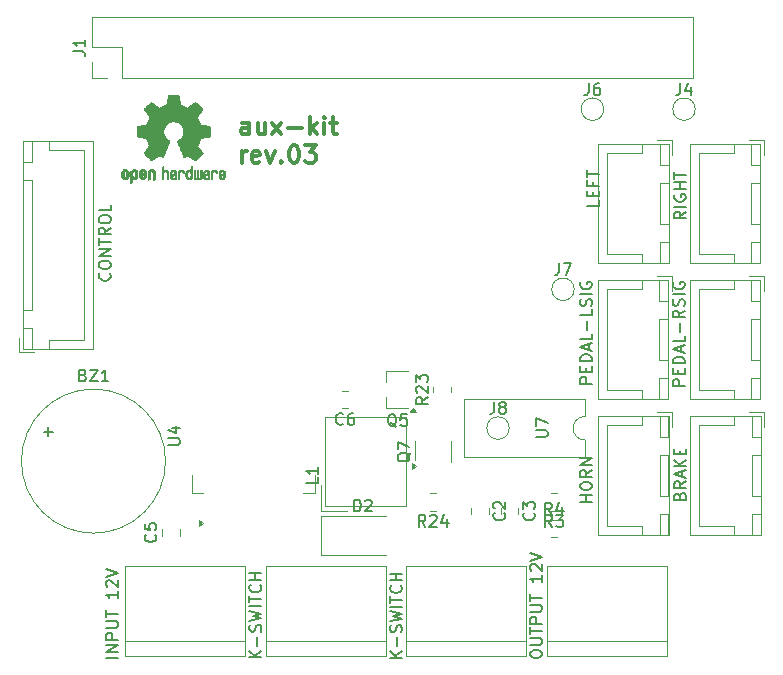
<source format=gto>
G04 #@! TF.GenerationSoftware,KiCad,Pcbnew,8.0.5*
G04 #@! TF.CreationDate,2025-01-09T22:31:05-06:00*
G04 #@! TF.ProjectId,auxkit_HAT,6175786b-6974-45f4-9841-542e6b696361,rev?*
G04 #@! TF.SameCoordinates,Original*
G04 #@! TF.FileFunction,Legend,Top*
G04 #@! TF.FilePolarity,Positive*
%FSLAX46Y46*%
G04 Gerber Fmt 4.6, Leading zero omitted, Abs format (unit mm)*
G04 Created by KiCad (PCBNEW 8.0.5) date 2025-01-09 22:31:05*
%MOMM*%
%LPD*%
G01*
G04 APERTURE LIST*
%ADD10C,0.300000*%
%ADD11C,0.150000*%
%ADD12C,0.120000*%
%ADD13C,0.010000*%
G04 APERTURE END LIST*
D10*
X144297368Y-88285912D02*
X144297368Y-87500198D01*
X144297368Y-87500198D02*
X144225939Y-87357341D01*
X144225939Y-87357341D02*
X144083082Y-87285912D01*
X144083082Y-87285912D02*
X143797368Y-87285912D01*
X143797368Y-87285912D02*
X143654510Y-87357341D01*
X144297368Y-88214484D02*
X144154510Y-88285912D01*
X144154510Y-88285912D02*
X143797368Y-88285912D01*
X143797368Y-88285912D02*
X143654510Y-88214484D01*
X143654510Y-88214484D02*
X143583082Y-88071626D01*
X143583082Y-88071626D02*
X143583082Y-87928769D01*
X143583082Y-87928769D02*
X143654510Y-87785912D01*
X143654510Y-87785912D02*
X143797368Y-87714484D01*
X143797368Y-87714484D02*
X144154510Y-87714484D01*
X144154510Y-87714484D02*
X144297368Y-87643055D01*
X145654511Y-87285912D02*
X145654511Y-88285912D01*
X145011653Y-87285912D02*
X145011653Y-88071626D01*
X145011653Y-88071626D02*
X145083082Y-88214484D01*
X145083082Y-88214484D02*
X145225939Y-88285912D01*
X145225939Y-88285912D02*
X145440225Y-88285912D01*
X145440225Y-88285912D02*
X145583082Y-88214484D01*
X145583082Y-88214484D02*
X145654511Y-88143055D01*
X146225939Y-88285912D02*
X147011654Y-87285912D01*
X146225939Y-87285912D02*
X147011654Y-88285912D01*
X147583082Y-87714484D02*
X148725940Y-87714484D01*
X149440225Y-88285912D02*
X149440225Y-86785912D01*
X149583083Y-87714484D02*
X150011654Y-88285912D01*
X150011654Y-87285912D02*
X149440225Y-87857341D01*
X150654511Y-88285912D02*
X150654511Y-87285912D01*
X150654511Y-86785912D02*
X150583083Y-86857341D01*
X150583083Y-86857341D02*
X150654511Y-86928769D01*
X150654511Y-86928769D02*
X150725940Y-86857341D01*
X150725940Y-86857341D02*
X150654511Y-86785912D01*
X150654511Y-86785912D02*
X150654511Y-86928769D01*
X151154512Y-87285912D02*
X151725940Y-87285912D01*
X151368797Y-86785912D02*
X151368797Y-88071626D01*
X151368797Y-88071626D02*
X151440226Y-88214484D01*
X151440226Y-88214484D02*
X151583083Y-88285912D01*
X151583083Y-88285912D02*
X151725940Y-88285912D01*
X143654510Y-90700828D02*
X143654510Y-89700828D01*
X143654510Y-89986542D02*
X143725939Y-89843685D01*
X143725939Y-89843685D02*
X143797368Y-89772257D01*
X143797368Y-89772257D02*
X143940225Y-89700828D01*
X143940225Y-89700828D02*
X144083082Y-89700828D01*
X145154510Y-90629400D02*
X145011653Y-90700828D01*
X145011653Y-90700828D02*
X144725939Y-90700828D01*
X144725939Y-90700828D02*
X144583081Y-90629400D01*
X144583081Y-90629400D02*
X144511653Y-90486542D01*
X144511653Y-90486542D02*
X144511653Y-89915114D01*
X144511653Y-89915114D02*
X144583081Y-89772257D01*
X144583081Y-89772257D02*
X144725939Y-89700828D01*
X144725939Y-89700828D02*
X145011653Y-89700828D01*
X145011653Y-89700828D02*
X145154510Y-89772257D01*
X145154510Y-89772257D02*
X145225939Y-89915114D01*
X145225939Y-89915114D02*
X145225939Y-90057971D01*
X145225939Y-90057971D02*
X144511653Y-90200828D01*
X145725938Y-89700828D02*
X146083081Y-90700828D01*
X146083081Y-90700828D02*
X146440224Y-89700828D01*
X147011652Y-90557971D02*
X147083081Y-90629400D01*
X147083081Y-90629400D02*
X147011652Y-90700828D01*
X147011652Y-90700828D02*
X146940224Y-90629400D01*
X146940224Y-90629400D02*
X147011652Y-90557971D01*
X147011652Y-90557971D02*
X147011652Y-90700828D01*
X148011653Y-89200828D02*
X148154510Y-89200828D01*
X148154510Y-89200828D02*
X148297367Y-89272257D01*
X148297367Y-89272257D02*
X148368796Y-89343685D01*
X148368796Y-89343685D02*
X148440224Y-89486542D01*
X148440224Y-89486542D02*
X148511653Y-89772257D01*
X148511653Y-89772257D02*
X148511653Y-90129400D01*
X148511653Y-90129400D02*
X148440224Y-90415114D01*
X148440224Y-90415114D02*
X148368796Y-90557971D01*
X148368796Y-90557971D02*
X148297367Y-90629400D01*
X148297367Y-90629400D02*
X148154510Y-90700828D01*
X148154510Y-90700828D02*
X148011653Y-90700828D01*
X148011653Y-90700828D02*
X147868796Y-90629400D01*
X147868796Y-90629400D02*
X147797367Y-90557971D01*
X147797367Y-90557971D02*
X147725938Y-90415114D01*
X147725938Y-90415114D02*
X147654510Y-90129400D01*
X147654510Y-90129400D02*
X147654510Y-89772257D01*
X147654510Y-89772257D02*
X147725938Y-89486542D01*
X147725938Y-89486542D02*
X147797367Y-89343685D01*
X147797367Y-89343685D02*
X147868796Y-89272257D01*
X147868796Y-89272257D02*
X148011653Y-89200828D01*
X149011652Y-89200828D02*
X149940224Y-89200828D01*
X149940224Y-89200828D02*
X149440224Y-89772257D01*
X149440224Y-89772257D02*
X149654509Y-89772257D01*
X149654509Y-89772257D02*
X149797367Y-89843685D01*
X149797367Y-89843685D02*
X149868795Y-89915114D01*
X149868795Y-89915114D02*
X149940224Y-90057971D01*
X149940224Y-90057971D02*
X149940224Y-90415114D01*
X149940224Y-90415114D02*
X149868795Y-90557971D01*
X149868795Y-90557971D02*
X149797367Y-90629400D01*
X149797367Y-90629400D02*
X149654509Y-90700828D01*
X149654509Y-90700828D02*
X149225938Y-90700828D01*
X149225938Y-90700828D02*
X149083081Y-90629400D01*
X149083081Y-90629400D02*
X149011652Y-90557971D01*
D11*
X137429819Y-114586904D02*
X138239342Y-114586904D01*
X138239342Y-114586904D02*
X138334580Y-114539285D01*
X138334580Y-114539285D02*
X138382200Y-114491666D01*
X138382200Y-114491666D02*
X138429819Y-114396428D01*
X138429819Y-114396428D02*
X138429819Y-114205952D01*
X138429819Y-114205952D02*
X138382200Y-114110714D01*
X138382200Y-114110714D02*
X138334580Y-114063095D01*
X138334580Y-114063095D02*
X138239342Y-114015476D01*
X138239342Y-114015476D02*
X137429819Y-114015476D01*
X137763152Y-113110714D02*
X138429819Y-113110714D01*
X137382200Y-113348809D02*
X138096485Y-113586904D01*
X138096485Y-113586904D02*
X138096485Y-112967857D01*
X173904819Y-93852381D02*
X173904819Y-94328571D01*
X173904819Y-94328571D02*
X172904819Y-94328571D01*
X173381009Y-93519047D02*
X173381009Y-93185714D01*
X173904819Y-93042857D02*
X173904819Y-93519047D01*
X173904819Y-93519047D02*
X172904819Y-93519047D01*
X172904819Y-93519047D02*
X172904819Y-93042857D01*
X173381009Y-92280952D02*
X173381009Y-92614285D01*
X173904819Y-92614285D02*
X172904819Y-92614285D01*
X172904819Y-92614285D02*
X172904819Y-92138095D01*
X172904819Y-91899999D02*
X172904819Y-91328571D01*
X173904819Y-91614285D02*
X172904819Y-91614285D01*
X168054819Y-132366666D02*
X168054819Y-132176190D01*
X168054819Y-132176190D02*
X168102438Y-132080952D01*
X168102438Y-132080952D02*
X168197676Y-131985714D01*
X168197676Y-131985714D02*
X168388152Y-131938095D01*
X168388152Y-131938095D02*
X168721485Y-131938095D01*
X168721485Y-131938095D02*
X168911961Y-131985714D01*
X168911961Y-131985714D02*
X169007200Y-132080952D01*
X169007200Y-132080952D02*
X169054819Y-132176190D01*
X169054819Y-132176190D02*
X169054819Y-132366666D01*
X169054819Y-132366666D02*
X169007200Y-132461904D01*
X169007200Y-132461904D02*
X168911961Y-132557142D01*
X168911961Y-132557142D02*
X168721485Y-132604761D01*
X168721485Y-132604761D02*
X168388152Y-132604761D01*
X168388152Y-132604761D02*
X168197676Y-132557142D01*
X168197676Y-132557142D02*
X168102438Y-132461904D01*
X168102438Y-132461904D02*
X168054819Y-132366666D01*
X168054819Y-131509523D02*
X168864342Y-131509523D01*
X168864342Y-131509523D02*
X168959580Y-131461904D01*
X168959580Y-131461904D02*
X169007200Y-131414285D01*
X169007200Y-131414285D02*
X169054819Y-131319047D01*
X169054819Y-131319047D02*
X169054819Y-131128571D01*
X169054819Y-131128571D02*
X169007200Y-131033333D01*
X169007200Y-131033333D02*
X168959580Y-130985714D01*
X168959580Y-130985714D02*
X168864342Y-130938095D01*
X168864342Y-130938095D02*
X168054819Y-130938095D01*
X168054819Y-130604761D02*
X168054819Y-130033333D01*
X169054819Y-130319047D02*
X168054819Y-130319047D01*
X169054819Y-129699999D02*
X168054819Y-129699999D01*
X168054819Y-129699999D02*
X168054819Y-129319047D01*
X168054819Y-129319047D02*
X168102438Y-129223809D01*
X168102438Y-129223809D02*
X168150057Y-129176190D01*
X168150057Y-129176190D02*
X168245295Y-129128571D01*
X168245295Y-129128571D02*
X168388152Y-129128571D01*
X168388152Y-129128571D02*
X168483390Y-129176190D01*
X168483390Y-129176190D02*
X168531009Y-129223809D01*
X168531009Y-129223809D02*
X168578628Y-129319047D01*
X168578628Y-129319047D02*
X168578628Y-129699999D01*
X168054819Y-128699999D02*
X168864342Y-128699999D01*
X168864342Y-128699999D02*
X168959580Y-128652380D01*
X168959580Y-128652380D02*
X169007200Y-128604761D01*
X169007200Y-128604761D02*
X169054819Y-128509523D01*
X169054819Y-128509523D02*
X169054819Y-128319047D01*
X169054819Y-128319047D02*
X169007200Y-128223809D01*
X169007200Y-128223809D02*
X168959580Y-128176190D01*
X168959580Y-128176190D02*
X168864342Y-128128571D01*
X168864342Y-128128571D02*
X168054819Y-128128571D01*
X168054819Y-127795237D02*
X168054819Y-127223809D01*
X169054819Y-127509523D02*
X168054819Y-127509523D01*
X169054819Y-125604761D02*
X169054819Y-126176189D01*
X169054819Y-125890475D02*
X168054819Y-125890475D01*
X168054819Y-125890475D02*
X168197676Y-125985713D01*
X168197676Y-125985713D02*
X168292914Y-126080951D01*
X168292914Y-126080951D02*
X168340533Y-126176189D01*
X168150057Y-125223808D02*
X168102438Y-125176189D01*
X168102438Y-125176189D02*
X168054819Y-125080951D01*
X168054819Y-125080951D02*
X168054819Y-124842856D01*
X168054819Y-124842856D02*
X168102438Y-124747618D01*
X168102438Y-124747618D02*
X168150057Y-124699999D01*
X168150057Y-124699999D02*
X168245295Y-124652380D01*
X168245295Y-124652380D02*
X168340533Y-124652380D01*
X168340533Y-124652380D02*
X168483390Y-124699999D01*
X168483390Y-124699999D02*
X169054819Y-125271427D01*
X169054819Y-125271427D02*
X169054819Y-124652380D01*
X168054819Y-124366665D02*
X169054819Y-124033332D01*
X169054819Y-124033332D02*
X168054819Y-123699999D01*
X169913333Y-121524819D02*
X169580000Y-121048628D01*
X169341905Y-121524819D02*
X169341905Y-120524819D01*
X169341905Y-120524819D02*
X169722857Y-120524819D01*
X169722857Y-120524819D02*
X169818095Y-120572438D01*
X169818095Y-120572438D02*
X169865714Y-120620057D01*
X169865714Y-120620057D02*
X169913333Y-120715295D01*
X169913333Y-120715295D02*
X169913333Y-120858152D01*
X169913333Y-120858152D02*
X169865714Y-120953390D01*
X169865714Y-120953390D02*
X169818095Y-121001009D01*
X169818095Y-121001009D02*
X169722857Y-121048628D01*
X169722857Y-121048628D02*
X169341905Y-121048628D01*
X170246667Y-120524819D02*
X170865714Y-120524819D01*
X170865714Y-120524819D02*
X170532381Y-120905771D01*
X170532381Y-120905771D02*
X170675238Y-120905771D01*
X170675238Y-120905771D02*
X170770476Y-120953390D01*
X170770476Y-120953390D02*
X170818095Y-121001009D01*
X170818095Y-121001009D02*
X170865714Y-121096247D01*
X170865714Y-121096247D02*
X170865714Y-121334342D01*
X170865714Y-121334342D02*
X170818095Y-121429580D01*
X170818095Y-121429580D02*
X170770476Y-121477200D01*
X170770476Y-121477200D02*
X170675238Y-121524819D01*
X170675238Y-121524819D02*
X170389524Y-121524819D01*
X170389524Y-121524819D02*
X170294286Y-121477200D01*
X170294286Y-121477200D02*
X170246667Y-121429580D01*
X129394819Y-81253333D02*
X130109104Y-81253333D01*
X130109104Y-81253333D02*
X130251961Y-81300952D01*
X130251961Y-81300952D02*
X130347200Y-81396190D01*
X130347200Y-81396190D02*
X130394819Y-81539047D01*
X130394819Y-81539047D02*
X130394819Y-81634285D01*
X130394819Y-80253333D02*
X130394819Y-80824761D01*
X130394819Y-80539047D02*
X129394819Y-80539047D01*
X129394819Y-80539047D02*
X129537676Y-80634285D01*
X129537676Y-80634285D02*
X129632914Y-80729523D01*
X129632914Y-80729523D02*
X129680533Y-80824761D01*
X136329580Y-122166666D02*
X136377200Y-122214285D01*
X136377200Y-122214285D02*
X136424819Y-122357142D01*
X136424819Y-122357142D02*
X136424819Y-122452380D01*
X136424819Y-122452380D02*
X136377200Y-122595237D01*
X136377200Y-122595237D02*
X136281961Y-122690475D01*
X136281961Y-122690475D02*
X136186723Y-122738094D01*
X136186723Y-122738094D02*
X135996247Y-122785713D01*
X135996247Y-122785713D02*
X135853390Y-122785713D01*
X135853390Y-122785713D02*
X135662914Y-122738094D01*
X135662914Y-122738094D02*
X135567676Y-122690475D01*
X135567676Y-122690475D02*
X135472438Y-122595237D01*
X135472438Y-122595237D02*
X135424819Y-122452380D01*
X135424819Y-122452380D02*
X135424819Y-122357142D01*
X135424819Y-122357142D02*
X135472438Y-122214285D01*
X135472438Y-122214285D02*
X135520057Y-122166666D01*
X135424819Y-121261904D02*
X135424819Y-121738094D01*
X135424819Y-121738094D02*
X135901009Y-121785713D01*
X135901009Y-121785713D02*
X135853390Y-121738094D01*
X135853390Y-121738094D02*
X135805771Y-121642856D01*
X135805771Y-121642856D02*
X135805771Y-121404761D01*
X135805771Y-121404761D02*
X135853390Y-121309523D01*
X135853390Y-121309523D02*
X135901009Y-121261904D01*
X135901009Y-121261904D02*
X135996247Y-121214285D01*
X135996247Y-121214285D02*
X136234342Y-121214285D01*
X136234342Y-121214285D02*
X136329580Y-121261904D01*
X136329580Y-121261904D02*
X136377200Y-121309523D01*
X136377200Y-121309523D02*
X136424819Y-121404761D01*
X136424819Y-121404761D02*
X136424819Y-121642856D01*
X136424819Y-121642856D02*
X136377200Y-121738094D01*
X136377200Y-121738094D02*
X136329580Y-121785713D01*
X157950057Y-115245238D02*
X157902438Y-115340476D01*
X157902438Y-115340476D02*
X157807200Y-115435714D01*
X157807200Y-115435714D02*
X157664342Y-115578571D01*
X157664342Y-115578571D02*
X157616723Y-115673809D01*
X157616723Y-115673809D02*
X157616723Y-115769047D01*
X157854819Y-115721428D02*
X157807200Y-115816666D01*
X157807200Y-115816666D02*
X157711961Y-115911904D01*
X157711961Y-115911904D02*
X157521485Y-115959523D01*
X157521485Y-115959523D02*
X157188152Y-115959523D01*
X157188152Y-115959523D02*
X156997676Y-115911904D01*
X156997676Y-115911904D02*
X156902438Y-115816666D01*
X156902438Y-115816666D02*
X156854819Y-115721428D01*
X156854819Y-115721428D02*
X156854819Y-115530952D01*
X156854819Y-115530952D02*
X156902438Y-115435714D01*
X156902438Y-115435714D02*
X156997676Y-115340476D01*
X156997676Y-115340476D02*
X157188152Y-115292857D01*
X157188152Y-115292857D02*
X157521485Y-115292857D01*
X157521485Y-115292857D02*
X157711961Y-115340476D01*
X157711961Y-115340476D02*
X157807200Y-115435714D01*
X157807200Y-115435714D02*
X157854819Y-115530952D01*
X157854819Y-115530952D02*
X157854819Y-115721428D01*
X156854819Y-114959523D02*
X156854819Y-114292857D01*
X156854819Y-114292857D02*
X157854819Y-114721428D01*
X165869580Y-120336666D02*
X165917200Y-120384285D01*
X165917200Y-120384285D02*
X165964819Y-120527142D01*
X165964819Y-120527142D02*
X165964819Y-120622380D01*
X165964819Y-120622380D02*
X165917200Y-120765237D01*
X165917200Y-120765237D02*
X165821961Y-120860475D01*
X165821961Y-120860475D02*
X165726723Y-120908094D01*
X165726723Y-120908094D02*
X165536247Y-120955713D01*
X165536247Y-120955713D02*
X165393390Y-120955713D01*
X165393390Y-120955713D02*
X165202914Y-120908094D01*
X165202914Y-120908094D02*
X165107676Y-120860475D01*
X165107676Y-120860475D02*
X165012438Y-120765237D01*
X165012438Y-120765237D02*
X164964819Y-120622380D01*
X164964819Y-120622380D02*
X164964819Y-120527142D01*
X164964819Y-120527142D02*
X165012438Y-120384285D01*
X165012438Y-120384285D02*
X165060057Y-120336666D01*
X165060057Y-119955713D02*
X165012438Y-119908094D01*
X165012438Y-119908094D02*
X164964819Y-119812856D01*
X164964819Y-119812856D02*
X164964819Y-119574761D01*
X164964819Y-119574761D02*
X165012438Y-119479523D01*
X165012438Y-119479523D02*
X165060057Y-119431904D01*
X165060057Y-119431904D02*
X165155295Y-119384285D01*
X165155295Y-119384285D02*
X165250533Y-119384285D01*
X165250533Y-119384285D02*
X165393390Y-119431904D01*
X165393390Y-119431904D02*
X165964819Y-120003332D01*
X165964819Y-120003332D02*
X165964819Y-119384285D01*
X159404819Y-110542857D02*
X158928628Y-110876190D01*
X159404819Y-111114285D02*
X158404819Y-111114285D01*
X158404819Y-111114285D02*
X158404819Y-110733333D01*
X158404819Y-110733333D02*
X158452438Y-110638095D01*
X158452438Y-110638095D02*
X158500057Y-110590476D01*
X158500057Y-110590476D02*
X158595295Y-110542857D01*
X158595295Y-110542857D02*
X158738152Y-110542857D01*
X158738152Y-110542857D02*
X158833390Y-110590476D01*
X158833390Y-110590476D02*
X158881009Y-110638095D01*
X158881009Y-110638095D02*
X158928628Y-110733333D01*
X158928628Y-110733333D02*
X158928628Y-111114285D01*
X158500057Y-110161904D02*
X158452438Y-110114285D01*
X158452438Y-110114285D02*
X158404819Y-110019047D01*
X158404819Y-110019047D02*
X158404819Y-109780952D01*
X158404819Y-109780952D02*
X158452438Y-109685714D01*
X158452438Y-109685714D02*
X158500057Y-109638095D01*
X158500057Y-109638095D02*
X158595295Y-109590476D01*
X158595295Y-109590476D02*
X158690533Y-109590476D01*
X158690533Y-109590476D02*
X158833390Y-109638095D01*
X158833390Y-109638095D02*
X159404819Y-110209523D01*
X159404819Y-110209523D02*
X159404819Y-109590476D01*
X158404819Y-109257142D02*
X158404819Y-108638095D01*
X158404819Y-108638095D02*
X158785771Y-108971428D01*
X158785771Y-108971428D02*
X158785771Y-108828571D01*
X158785771Y-108828571D02*
X158833390Y-108733333D01*
X158833390Y-108733333D02*
X158881009Y-108685714D01*
X158881009Y-108685714D02*
X158976247Y-108638095D01*
X158976247Y-108638095D02*
X159214342Y-108638095D01*
X159214342Y-108638095D02*
X159309580Y-108685714D01*
X159309580Y-108685714D02*
X159357200Y-108733333D01*
X159357200Y-108733333D02*
X159404819Y-108828571D01*
X159404819Y-108828571D02*
X159404819Y-109114285D01*
X159404819Y-109114285D02*
X159357200Y-109209523D01*
X159357200Y-109209523D02*
X159309580Y-109257142D01*
X169913333Y-120474819D02*
X169580000Y-119998628D01*
X169341905Y-120474819D02*
X169341905Y-119474819D01*
X169341905Y-119474819D02*
X169722857Y-119474819D01*
X169722857Y-119474819D02*
X169818095Y-119522438D01*
X169818095Y-119522438D02*
X169865714Y-119570057D01*
X169865714Y-119570057D02*
X169913333Y-119665295D01*
X169913333Y-119665295D02*
X169913333Y-119808152D01*
X169913333Y-119808152D02*
X169865714Y-119903390D01*
X169865714Y-119903390D02*
X169818095Y-119951009D01*
X169818095Y-119951009D02*
X169722857Y-119998628D01*
X169722857Y-119998628D02*
X169341905Y-119998628D01*
X170770476Y-119808152D02*
X170770476Y-120474819D01*
X170532381Y-119427200D02*
X170294286Y-120141485D01*
X170294286Y-120141485D02*
X170913333Y-120141485D01*
X132459580Y-100047619D02*
X132507200Y-100095238D01*
X132507200Y-100095238D02*
X132554819Y-100238095D01*
X132554819Y-100238095D02*
X132554819Y-100333333D01*
X132554819Y-100333333D02*
X132507200Y-100476190D01*
X132507200Y-100476190D02*
X132411961Y-100571428D01*
X132411961Y-100571428D02*
X132316723Y-100619047D01*
X132316723Y-100619047D02*
X132126247Y-100666666D01*
X132126247Y-100666666D02*
X131983390Y-100666666D01*
X131983390Y-100666666D02*
X131792914Y-100619047D01*
X131792914Y-100619047D02*
X131697676Y-100571428D01*
X131697676Y-100571428D02*
X131602438Y-100476190D01*
X131602438Y-100476190D02*
X131554819Y-100333333D01*
X131554819Y-100333333D02*
X131554819Y-100238095D01*
X131554819Y-100238095D02*
X131602438Y-100095238D01*
X131602438Y-100095238D02*
X131650057Y-100047619D01*
X131554819Y-99428571D02*
X131554819Y-99238095D01*
X131554819Y-99238095D02*
X131602438Y-99142857D01*
X131602438Y-99142857D02*
X131697676Y-99047619D01*
X131697676Y-99047619D02*
X131888152Y-99000000D01*
X131888152Y-99000000D02*
X132221485Y-99000000D01*
X132221485Y-99000000D02*
X132411961Y-99047619D01*
X132411961Y-99047619D02*
X132507200Y-99142857D01*
X132507200Y-99142857D02*
X132554819Y-99238095D01*
X132554819Y-99238095D02*
X132554819Y-99428571D01*
X132554819Y-99428571D02*
X132507200Y-99523809D01*
X132507200Y-99523809D02*
X132411961Y-99619047D01*
X132411961Y-99619047D02*
X132221485Y-99666666D01*
X132221485Y-99666666D02*
X131888152Y-99666666D01*
X131888152Y-99666666D02*
X131697676Y-99619047D01*
X131697676Y-99619047D02*
X131602438Y-99523809D01*
X131602438Y-99523809D02*
X131554819Y-99428571D01*
X132554819Y-98571428D02*
X131554819Y-98571428D01*
X131554819Y-98571428D02*
X132554819Y-98000000D01*
X132554819Y-98000000D02*
X131554819Y-98000000D01*
X131554819Y-97666666D02*
X131554819Y-97095238D01*
X132554819Y-97380952D02*
X131554819Y-97380952D01*
X132554819Y-96190476D02*
X132078628Y-96523809D01*
X132554819Y-96761904D02*
X131554819Y-96761904D01*
X131554819Y-96761904D02*
X131554819Y-96380952D01*
X131554819Y-96380952D02*
X131602438Y-96285714D01*
X131602438Y-96285714D02*
X131650057Y-96238095D01*
X131650057Y-96238095D02*
X131745295Y-96190476D01*
X131745295Y-96190476D02*
X131888152Y-96190476D01*
X131888152Y-96190476D02*
X131983390Y-96238095D01*
X131983390Y-96238095D02*
X132031009Y-96285714D01*
X132031009Y-96285714D02*
X132078628Y-96380952D01*
X132078628Y-96380952D02*
X132078628Y-96761904D01*
X131554819Y-95571428D02*
X131554819Y-95380952D01*
X131554819Y-95380952D02*
X131602438Y-95285714D01*
X131602438Y-95285714D02*
X131697676Y-95190476D01*
X131697676Y-95190476D02*
X131888152Y-95142857D01*
X131888152Y-95142857D02*
X132221485Y-95142857D01*
X132221485Y-95142857D02*
X132411961Y-95190476D01*
X132411961Y-95190476D02*
X132507200Y-95285714D01*
X132507200Y-95285714D02*
X132554819Y-95380952D01*
X132554819Y-95380952D02*
X132554819Y-95571428D01*
X132554819Y-95571428D02*
X132507200Y-95666666D01*
X132507200Y-95666666D02*
X132411961Y-95761904D01*
X132411961Y-95761904D02*
X132221485Y-95809523D01*
X132221485Y-95809523D02*
X131888152Y-95809523D01*
X131888152Y-95809523D02*
X131697676Y-95761904D01*
X131697676Y-95761904D02*
X131602438Y-95666666D01*
X131602438Y-95666666D02*
X131554819Y-95571428D01*
X132554819Y-94238095D02*
X132554819Y-94714285D01*
X132554819Y-94714285D02*
X131554819Y-94714285D01*
X150104819Y-117316666D02*
X150104819Y-117792856D01*
X150104819Y-117792856D02*
X149104819Y-117792856D01*
X150104819Y-116459523D02*
X150104819Y-117030951D01*
X150104819Y-116745237D02*
X149104819Y-116745237D01*
X149104819Y-116745237D02*
X149247676Y-116840475D01*
X149247676Y-116840475D02*
X149342914Y-116935713D01*
X149342914Y-116935713D02*
X149390533Y-117030951D01*
X173304819Y-109385713D02*
X172304819Y-109385713D01*
X172304819Y-109385713D02*
X172304819Y-109004761D01*
X172304819Y-109004761D02*
X172352438Y-108909523D01*
X172352438Y-108909523D02*
X172400057Y-108861904D01*
X172400057Y-108861904D02*
X172495295Y-108814285D01*
X172495295Y-108814285D02*
X172638152Y-108814285D01*
X172638152Y-108814285D02*
X172733390Y-108861904D01*
X172733390Y-108861904D02*
X172781009Y-108909523D01*
X172781009Y-108909523D02*
X172828628Y-109004761D01*
X172828628Y-109004761D02*
X172828628Y-109385713D01*
X172781009Y-108385713D02*
X172781009Y-108052380D01*
X173304819Y-107909523D02*
X173304819Y-108385713D01*
X173304819Y-108385713D02*
X172304819Y-108385713D01*
X172304819Y-108385713D02*
X172304819Y-107909523D01*
X173304819Y-107480951D02*
X172304819Y-107480951D01*
X172304819Y-107480951D02*
X172304819Y-107242856D01*
X172304819Y-107242856D02*
X172352438Y-107099999D01*
X172352438Y-107099999D02*
X172447676Y-107004761D01*
X172447676Y-107004761D02*
X172542914Y-106957142D01*
X172542914Y-106957142D02*
X172733390Y-106909523D01*
X172733390Y-106909523D02*
X172876247Y-106909523D01*
X172876247Y-106909523D02*
X173066723Y-106957142D01*
X173066723Y-106957142D02*
X173161961Y-107004761D01*
X173161961Y-107004761D02*
X173257200Y-107099999D01*
X173257200Y-107099999D02*
X173304819Y-107242856D01*
X173304819Y-107242856D02*
X173304819Y-107480951D01*
X173019104Y-106528570D02*
X173019104Y-106052380D01*
X173304819Y-106623808D02*
X172304819Y-106290475D01*
X172304819Y-106290475D02*
X173304819Y-105957142D01*
X173304819Y-105147618D02*
X173304819Y-105623808D01*
X173304819Y-105623808D02*
X172304819Y-105623808D01*
X172923866Y-104814284D02*
X172923866Y-104052380D01*
X173304819Y-103099999D02*
X173304819Y-103576189D01*
X173304819Y-103576189D02*
X172304819Y-103576189D01*
X173257200Y-102814284D02*
X173304819Y-102671427D01*
X173304819Y-102671427D02*
X173304819Y-102433332D01*
X173304819Y-102433332D02*
X173257200Y-102338094D01*
X173257200Y-102338094D02*
X173209580Y-102290475D01*
X173209580Y-102290475D02*
X173114342Y-102242856D01*
X173114342Y-102242856D02*
X173019104Y-102242856D01*
X173019104Y-102242856D02*
X172923866Y-102290475D01*
X172923866Y-102290475D02*
X172876247Y-102338094D01*
X172876247Y-102338094D02*
X172828628Y-102433332D01*
X172828628Y-102433332D02*
X172781009Y-102623808D01*
X172781009Y-102623808D02*
X172733390Y-102719046D01*
X172733390Y-102719046D02*
X172685771Y-102766665D01*
X172685771Y-102766665D02*
X172590533Y-102814284D01*
X172590533Y-102814284D02*
X172495295Y-102814284D01*
X172495295Y-102814284D02*
X172400057Y-102766665D01*
X172400057Y-102766665D02*
X172352438Y-102719046D01*
X172352438Y-102719046D02*
X172304819Y-102623808D01*
X172304819Y-102623808D02*
X172304819Y-102385713D01*
X172304819Y-102385713D02*
X172352438Y-102242856D01*
X173304819Y-101814284D02*
X172304819Y-101814284D01*
X172352438Y-100814285D02*
X172304819Y-100909523D01*
X172304819Y-100909523D02*
X172304819Y-101052380D01*
X172304819Y-101052380D02*
X172352438Y-101195237D01*
X172352438Y-101195237D02*
X172447676Y-101290475D01*
X172447676Y-101290475D02*
X172542914Y-101338094D01*
X172542914Y-101338094D02*
X172733390Y-101385713D01*
X172733390Y-101385713D02*
X172876247Y-101385713D01*
X172876247Y-101385713D02*
X173066723Y-101338094D01*
X173066723Y-101338094D02*
X173161961Y-101290475D01*
X173161961Y-101290475D02*
X173257200Y-101195237D01*
X173257200Y-101195237D02*
X173304819Y-101052380D01*
X173304819Y-101052380D02*
X173304819Y-100957142D01*
X173304819Y-100957142D02*
X173257200Y-100814285D01*
X173257200Y-100814285D02*
X173209580Y-100766666D01*
X173209580Y-100766666D02*
X172876247Y-100766666D01*
X172876247Y-100766666D02*
X172876247Y-100957142D01*
X157204819Y-132621427D02*
X156204819Y-132621427D01*
X157204819Y-132049999D02*
X156633390Y-132478570D01*
X156204819Y-132049999D02*
X156776247Y-132621427D01*
X156823866Y-131621427D02*
X156823866Y-130859523D01*
X157157200Y-130430951D02*
X157204819Y-130288094D01*
X157204819Y-130288094D02*
X157204819Y-130049999D01*
X157204819Y-130049999D02*
X157157200Y-129954761D01*
X157157200Y-129954761D02*
X157109580Y-129907142D01*
X157109580Y-129907142D02*
X157014342Y-129859523D01*
X157014342Y-129859523D02*
X156919104Y-129859523D01*
X156919104Y-129859523D02*
X156823866Y-129907142D01*
X156823866Y-129907142D02*
X156776247Y-129954761D01*
X156776247Y-129954761D02*
X156728628Y-130049999D01*
X156728628Y-130049999D02*
X156681009Y-130240475D01*
X156681009Y-130240475D02*
X156633390Y-130335713D01*
X156633390Y-130335713D02*
X156585771Y-130383332D01*
X156585771Y-130383332D02*
X156490533Y-130430951D01*
X156490533Y-130430951D02*
X156395295Y-130430951D01*
X156395295Y-130430951D02*
X156300057Y-130383332D01*
X156300057Y-130383332D02*
X156252438Y-130335713D01*
X156252438Y-130335713D02*
X156204819Y-130240475D01*
X156204819Y-130240475D02*
X156204819Y-130002380D01*
X156204819Y-130002380D02*
X156252438Y-129859523D01*
X156204819Y-129526189D02*
X157204819Y-129288094D01*
X157204819Y-129288094D02*
X156490533Y-129097618D01*
X156490533Y-129097618D02*
X157204819Y-128907142D01*
X157204819Y-128907142D02*
X156204819Y-128669047D01*
X157204819Y-128288094D02*
X156204819Y-128288094D01*
X156204819Y-127954761D02*
X156204819Y-127383333D01*
X157204819Y-127669047D02*
X156204819Y-127669047D01*
X157109580Y-126478571D02*
X157157200Y-126526190D01*
X157157200Y-126526190D02*
X157204819Y-126669047D01*
X157204819Y-126669047D02*
X157204819Y-126764285D01*
X157204819Y-126764285D02*
X157157200Y-126907142D01*
X157157200Y-126907142D02*
X157061961Y-127002380D01*
X157061961Y-127002380D02*
X156966723Y-127049999D01*
X156966723Y-127049999D02*
X156776247Y-127097618D01*
X156776247Y-127097618D02*
X156633390Y-127097618D01*
X156633390Y-127097618D02*
X156442914Y-127049999D01*
X156442914Y-127049999D02*
X156347676Y-127002380D01*
X156347676Y-127002380D02*
X156252438Y-126907142D01*
X156252438Y-126907142D02*
X156204819Y-126764285D01*
X156204819Y-126764285D02*
X156204819Y-126669047D01*
X156204819Y-126669047D02*
X156252438Y-126526190D01*
X156252438Y-126526190D02*
X156300057Y-126478571D01*
X157204819Y-126049999D02*
X156204819Y-126049999D01*
X156681009Y-126049999D02*
X156681009Y-125478571D01*
X157204819Y-125478571D02*
X156204819Y-125478571D01*
X153161905Y-120204819D02*
X153161905Y-119204819D01*
X153161905Y-119204819D02*
X153400000Y-119204819D01*
X153400000Y-119204819D02*
X153542857Y-119252438D01*
X153542857Y-119252438D02*
X153638095Y-119347676D01*
X153638095Y-119347676D02*
X153685714Y-119442914D01*
X153685714Y-119442914D02*
X153733333Y-119633390D01*
X153733333Y-119633390D02*
X153733333Y-119776247D01*
X153733333Y-119776247D02*
X153685714Y-119966723D01*
X153685714Y-119966723D02*
X153638095Y-120061961D01*
X153638095Y-120061961D02*
X153542857Y-120157200D01*
X153542857Y-120157200D02*
X153400000Y-120204819D01*
X153400000Y-120204819D02*
X153161905Y-120204819D01*
X154114286Y-119300057D02*
X154161905Y-119252438D01*
X154161905Y-119252438D02*
X154257143Y-119204819D01*
X154257143Y-119204819D02*
X154495238Y-119204819D01*
X154495238Y-119204819D02*
X154590476Y-119252438D01*
X154590476Y-119252438D02*
X154638095Y-119300057D01*
X154638095Y-119300057D02*
X154685714Y-119395295D01*
X154685714Y-119395295D02*
X154685714Y-119490533D01*
X154685714Y-119490533D02*
X154638095Y-119633390D01*
X154638095Y-119633390D02*
X154066667Y-120204819D01*
X154066667Y-120204819D02*
X154685714Y-120204819D01*
X173304819Y-119383332D02*
X172304819Y-119383332D01*
X172781009Y-119383332D02*
X172781009Y-118811904D01*
X173304819Y-118811904D02*
X172304819Y-118811904D01*
X172304819Y-118145237D02*
X172304819Y-117954761D01*
X172304819Y-117954761D02*
X172352438Y-117859523D01*
X172352438Y-117859523D02*
X172447676Y-117764285D01*
X172447676Y-117764285D02*
X172638152Y-117716666D01*
X172638152Y-117716666D02*
X172971485Y-117716666D01*
X172971485Y-117716666D02*
X173161961Y-117764285D01*
X173161961Y-117764285D02*
X173257200Y-117859523D01*
X173257200Y-117859523D02*
X173304819Y-117954761D01*
X173304819Y-117954761D02*
X173304819Y-118145237D01*
X173304819Y-118145237D02*
X173257200Y-118240475D01*
X173257200Y-118240475D02*
X173161961Y-118335713D01*
X173161961Y-118335713D02*
X172971485Y-118383332D01*
X172971485Y-118383332D02*
X172638152Y-118383332D01*
X172638152Y-118383332D02*
X172447676Y-118335713D01*
X172447676Y-118335713D02*
X172352438Y-118240475D01*
X172352438Y-118240475D02*
X172304819Y-118145237D01*
X173304819Y-116716666D02*
X172828628Y-117049999D01*
X173304819Y-117288094D02*
X172304819Y-117288094D01*
X172304819Y-117288094D02*
X172304819Y-116907142D01*
X172304819Y-116907142D02*
X172352438Y-116811904D01*
X172352438Y-116811904D02*
X172400057Y-116764285D01*
X172400057Y-116764285D02*
X172495295Y-116716666D01*
X172495295Y-116716666D02*
X172638152Y-116716666D01*
X172638152Y-116716666D02*
X172733390Y-116764285D01*
X172733390Y-116764285D02*
X172781009Y-116811904D01*
X172781009Y-116811904D02*
X172828628Y-116907142D01*
X172828628Y-116907142D02*
X172828628Y-117288094D01*
X173304819Y-116288094D02*
X172304819Y-116288094D01*
X172304819Y-116288094D02*
X173304819Y-115716666D01*
X173304819Y-115716666D02*
X172304819Y-115716666D01*
X181154819Y-109580951D02*
X180154819Y-109580951D01*
X180154819Y-109580951D02*
X180154819Y-109199999D01*
X180154819Y-109199999D02*
X180202438Y-109104761D01*
X180202438Y-109104761D02*
X180250057Y-109057142D01*
X180250057Y-109057142D02*
X180345295Y-109009523D01*
X180345295Y-109009523D02*
X180488152Y-109009523D01*
X180488152Y-109009523D02*
X180583390Y-109057142D01*
X180583390Y-109057142D02*
X180631009Y-109104761D01*
X180631009Y-109104761D02*
X180678628Y-109199999D01*
X180678628Y-109199999D02*
X180678628Y-109580951D01*
X180631009Y-108580951D02*
X180631009Y-108247618D01*
X181154819Y-108104761D02*
X181154819Y-108580951D01*
X181154819Y-108580951D02*
X180154819Y-108580951D01*
X180154819Y-108580951D02*
X180154819Y-108104761D01*
X181154819Y-107676189D02*
X180154819Y-107676189D01*
X180154819Y-107676189D02*
X180154819Y-107438094D01*
X180154819Y-107438094D02*
X180202438Y-107295237D01*
X180202438Y-107295237D02*
X180297676Y-107199999D01*
X180297676Y-107199999D02*
X180392914Y-107152380D01*
X180392914Y-107152380D02*
X180583390Y-107104761D01*
X180583390Y-107104761D02*
X180726247Y-107104761D01*
X180726247Y-107104761D02*
X180916723Y-107152380D01*
X180916723Y-107152380D02*
X181011961Y-107199999D01*
X181011961Y-107199999D02*
X181107200Y-107295237D01*
X181107200Y-107295237D02*
X181154819Y-107438094D01*
X181154819Y-107438094D02*
X181154819Y-107676189D01*
X180869104Y-106723808D02*
X180869104Y-106247618D01*
X181154819Y-106819046D02*
X180154819Y-106485713D01*
X180154819Y-106485713D02*
X181154819Y-106152380D01*
X181154819Y-105342856D02*
X181154819Y-105819046D01*
X181154819Y-105819046D02*
X180154819Y-105819046D01*
X180773866Y-105009522D02*
X180773866Y-104247618D01*
X181154819Y-103199999D02*
X180678628Y-103533332D01*
X181154819Y-103771427D02*
X180154819Y-103771427D01*
X180154819Y-103771427D02*
X180154819Y-103390475D01*
X180154819Y-103390475D02*
X180202438Y-103295237D01*
X180202438Y-103295237D02*
X180250057Y-103247618D01*
X180250057Y-103247618D02*
X180345295Y-103199999D01*
X180345295Y-103199999D02*
X180488152Y-103199999D01*
X180488152Y-103199999D02*
X180583390Y-103247618D01*
X180583390Y-103247618D02*
X180631009Y-103295237D01*
X180631009Y-103295237D02*
X180678628Y-103390475D01*
X180678628Y-103390475D02*
X180678628Y-103771427D01*
X181107200Y-102819046D02*
X181154819Y-102676189D01*
X181154819Y-102676189D02*
X181154819Y-102438094D01*
X181154819Y-102438094D02*
X181107200Y-102342856D01*
X181107200Y-102342856D02*
X181059580Y-102295237D01*
X181059580Y-102295237D02*
X180964342Y-102247618D01*
X180964342Y-102247618D02*
X180869104Y-102247618D01*
X180869104Y-102247618D02*
X180773866Y-102295237D01*
X180773866Y-102295237D02*
X180726247Y-102342856D01*
X180726247Y-102342856D02*
X180678628Y-102438094D01*
X180678628Y-102438094D02*
X180631009Y-102628570D01*
X180631009Y-102628570D02*
X180583390Y-102723808D01*
X180583390Y-102723808D02*
X180535771Y-102771427D01*
X180535771Y-102771427D02*
X180440533Y-102819046D01*
X180440533Y-102819046D02*
X180345295Y-102819046D01*
X180345295Y-102819046D02*
X180250057Y-102771427D01*
X180250057Y-102771427D02*
X180202438Y-102723808D01*
X180202438Y-102723808D02*
X180154819Y-102628570D01*
X180154819Y-102628570D02*
X180154819Y-102390475D01*
X180154819Y-102390475D02*
X180202438Y-102247618D01*
X181154819Y-101819046D02*
X180154819Y-101819046D01*
X180202438Y-100819047D02*
X180154819Y-100914285D01*
X180154819Y-100914285D02*
X180154819Y-101057142D01*
X180154819Y-101057142D02*
X180202438Y-101199999D01*
X180202438Y-101199999D02*
X180297676Y-101295237D01*
X180297676Y-101295237D02*
X180392914Y-101342856D01*
X180392914Y-101342856D02*
X180583390Y-101390475D01*
X180583390Y-101390475D02*
X180726247Y-101390475D01*
X180726247Y-101390475D02*
X180916723Y-101342856D01*
X180916723Y-101342856D02*
X181011961Y-101295237D01*
X181011961Y-101295237D02*
X181107200Y-101199999D01*
X181107200Y-101199999D02*
X181154819Y-101057142D01*
X181154819Y-101057142D02*
X181154819Y-100961904D01*
X181154819Y-100961904D02*
X181107200Y-100819047D01*
X181107200Y-100819047D02*
X181059580Y-100771428D01*
X181059580Y-100771428D02*
X180726247Y-100771428D01*
X180726247Y-100771428D02*
X180726247Y-100961904D01*
X152233333Y-112789580D02*
X152185714Y-112837200D01*
X152185714Y-112837200D02*
X152042857Y-112884819D01*
X152042857Y-112884819D02*
X151947619Y-112884819D01*
X151947619Y-112884819D02*
X151804762Y-112837200D01*
X151804762Y-112837200D02*
X151709524Y-112741961D01*
X151709524Y-112741961D02*
X151661905Y-112646723D01*
X151661905Y-112646723D02*
X151614286Y-112456247D01*
X151614286Y-112456247D02*
X151614286Y-112313390D01*
X151614286Y-112313390D02*
X151661905Y-112122914D01*
X151661905Y-112122914D02*
X151709524Y-112027676D01*
X151709524Y-112027676D02*
X151804762Y-111932438D01*
X151804762Y-111932438D02*
X151947619Y-111884819D01*
X151947619Y-111884819D02*
X152042857Y-111884819D01*
X152042857Y-111884819D02*
X152185714Y-111932438D01*
X152185714Y-111932438D02*
X152233333Y-111980057D01*
X153090476Y-111884819D02*
X152900000Y-111884819D01*
X152900000Y-111884819D02*
X152804762Y-111932438D01*
X152804762Y-111932438D02*
X152757143Y-111980057D01*
X152757143Y-111980057D02*
X152661905Y-112122914D01*
X152661905Y-112122914D02*
X152614286Y-112313390D01*
X152614286Y-112313390D02*
X152614286Y-112694342D01*
X152614286Y-112694342D02*
X152661905Y-112789580D01*
X152661905Y-112789580D02*
X152709524Y-112837200D01*
X152709524Y-112837200D02*
X152804762Y-112884819D01*
X152804762Y-112884819D02*
X152995238Y-112884819D01*
X152995238Y-112884819D02*
X153090476Y-112837200D01*
X153090476Y-112837200D02*
X153138095Y-112789580D01*
X153138095Y-112789580D02*
X153185714Y-112694342D01*
X153185714Y-112694342D02*
X153185714Y-112456247D01*
X153185714Y-112456247D02*
X153138095Y-112361009D01*
X153138095Y-112361009D02*
X153090476Y-112313390D01*
X153090476Y-112313390D02*
X152995238Y-112265771D01*
X152995238Y-112265771D02*
X152804762Y-112265771D01*
X152804762Y-112265771D02*
X152709524Y-112313390D01*
X152709524Y-112313390D02*
X152661905Y-112361009D01*
X152661905Y-112361009D02*
X152614286Y-112456247D01*
X173016666Y-83956819D02*
X173016666Y-84671104D01*
X173016666Y-84671104D02*
X172969047Y-84813961D01*
X172969047Y-84813961D02*
X172873809Y-84909200D01*
X172873809Y-84909200D02*
X172730952Y-84956819D01*
X172730952Y-84956819D02*
X172635714Y-84956819D01*
X173921428Y-83956819D02*
X173730952Y-83956819D01*
X173730952Y-83956819D02*
X173635714Y-84004438D01*
X173635714Y-84004438D02*
X173588095Y-84052057D01*
X173588095Y-84052057D02*
X173492857Y-84194914D01*
X173492857Y-84194914D02*
X173445238Y-84385390D01*
X173445238Y-84385390D02*
X173445238Y-84766342D01*
X173445238Y-84766342D02*
X173492857Y-84861580D01*
X173492857Y-84861580D02*
X173540476Y-84909200D01*
X173540476Y-84909200D02*
X173635714Y-84956819D01*
X173635714Y-84956819D02*
X173826190Y-84956819D01*
X173826190Y-84956819D02*
X173921428Y-84909200D01*
X173921428Y-84909200D02*
X173969047Y-84861580D01*
X173969047Y-84861580D02*
X174016666Y-84766342D01*
X174016666Y-84766342D02*
X174016666Y-84528247D01*
X174016666Y-84528247D02*
X173969047Y-84433009D01*
X173969047Y-84433009D02*
X173921428Y-84385390D01*
X173921428Y-84385390D02*
X173826190Y-84337771D01*
X173826190Y-84337771D02*
X173635714Y-84337771D01*
X173635714Y-84337771D02*
X173540476Y-84385390D01*
X173540476Y-84385390D02*
X173492857Y-84433009D01*
X173492857Y-84433009D02*
X173445238Y-84528247D01*
X165016666Y-110956819D02*
X165016666Y-111671104D01*
X165016666Y-111671104D02*
X164969047Y-111813961D01*
X164969047Y-111813961D02*
X164873809Y-111909200D01*
X164873809Y-111909200D02*
X164730952Y-111956819D01*
X164730952Y-111956819D02*
X164635714Y-111956819D01*
X165635714Y-111385390D02*
X165540476Y-111337771D01*
X165540476Y-111337771D02*
X165492857Y-111290152D01*
X165492857Y-111290152D02*
X165445238Y-111194914D01*
X165445238Y-111194914D02*
X165445238Y-111147295D01*
X165445238Y-111147295D02*
X165492857Y-111052057D01*
X165492857Y-111052057D02*
X165540476Y-111004438D01*
X165540476Y-111004438D02*
X165635714Y-110956819D01*
X165635714Y-110956819D02*
X165826190Y-110956819D01*
X165826190Y-110956819D02*
X165921428Y-111004438D01*
X165921428Y-111004438D02*
X165969047Y-111052057D01*
X165969047Y-111052057D02*
X166016666Y-111147295D01*
X166016666Y-111147295D02*
X166016666Y-111194914D01*
X166016666Y-111194914D02*
X165969047Y-111290152D01*
X165969047Y-111290152D02*
X165921428Y-111337771D01*
X165921428Y-111337771D02*
X165826190Y-111385390D01*
X165826190Y-111385390D02*
X165635714Y-111385390D01*
X165635714Y-111385390D02*
X165540476Y-111433009D01*
X165540476Y-111433009D02*
X165492857Y-111480628D01*
X165492857Y-111480628D02*
X165445238Y-111575866D01*
X165445238Y-111575866D02*
X165445238Y-111766342D01*
X165445238Y-111766342D02*
X165492857Y-111861580D01*
X165492857Y-111861580D02*
X165540476Y-111909200D01*
X165540476Y-111909200D02*
X165635714Y-111956819D01*
X165635714Y-111956819D02*
X165826190Y-111956819D01*
X165826190Y-111956819D02*
X165921428Y-111909200D01*
X165921428Y-111909200D02*
X165969047Y-111861580D01*
X165969047Y-111861580D02*
X166016666Y-111766342D01*
X166016666Y-111766342D02*
X166016666Y-111575866D01*
X166016666Y-111575866D02*
X165969047Y-111480628D01*
X165969047Y-111480628D02*
X165921428Y-111433009D01*
X165921428Y-111433009D02*
X165826190Y-111385390D01*
X180766666Y-83956819D02*
X180766666Y-84671104D01*
X180766666Y-84671104D02*
X180719047Y-84813961D01*
X180719047Y-84813961D02*
X180623809Y-84909200D01*
X180623809Y-84909200D02*
X180480952Y-84956819D01*
X180480952Y-84956819D02*
X180385714Y-84956819D01*
X181671428Y-84290152D02*
X181671428Y-84956819D01*
X181433333Y-83909200D02*
X181195238Y-84623485D01*
X181195238Y-84623485D02*
X181814285Y-84623485D01*
X170516666Y-99206819D02*
X170516666Y-99921104D01*
X170516666Y-99921104D02*
X170469047Y-100063961D01*
X170469047Y-100063961D02*
X170373809Y-100159200D01*
X170373809Y-100159200D02*
X170230952Y-100206819D01*
X170230952Y-100206819D02*
X170135714Y-100206819D01*
X170897619Y-99206819D02*
X171564285Y-99206819D01*
X171564285Y-99206819D02*
X171135714Y-100206819D01*
X168554819Y-113911904D02*
X169364342Y-113911904D01*
X169364342Y-113911904D02*
X169459580Y-113864285D01*
X169459580Y-113864285D02*
X169507200Y-113816666D01*
X169507200Y-113816666D02*
X169554819Y-113721428D01*
X169554819Y-113721428D02*
X169554819Y-113530952D01*
X169554819Y-113530952D02*
X169507200Y-113435714D01*
X169507200Y-113435714D02*
X169459580Y-113388095D01*
X169459580Y-113388095D02*
X169364342Y-113340476D01*
X169364342Y-113340476D02*
X168554819Y-113340476D01*
X168554819Y-112959523D02*
X168554819Y-112292857D01*
X168554819Y-112292857D02*
X169554819Y-112721428D01*
X133154819Y-132590475D02*
X132154819Y-132590475D01*
X133154819Y-132114285D02*
X132154819Y-132114285D01*
X132154819Y-132114285D02*
X133154819Y-131542857D01*
X133154819Y-131542857D02*
X132154819Y-131542857D01*
X133154819Y-131066666D02*
X132154819Y-131066666D01*
X132154819Y-131066666D02*
X132154819Y-130685714D01*
X132154819Y-130685714D02*
X132202438Y-130590476D01*
X132202438Y-130590476D02*
X132250057Y-130542857D01*
X132250057Y-130542857D02*
X132345295Y-130495238D01*
X132345295Y-130495238D02*
X132488152Y-130495238D01*
X132488152Y-130495238D02*
X132583390Y-130542857D01*
X132583390Y-130542857D02*
X132631009Y-130590476D01*
X132631009Y-130590476D02*
X132678628Y-130685714D01*
X132678628Y-130685714D02*
X132678628Y-131066666D01*
X132154819Y-130066666D02*
X132964342Y-130066666D01*
X132964342Y-130066666D02*
X133059580Y-130019047D01*
X133059580Y-130019047D02*
X133107200Y-129971428D01*
X133107200Y-129971428D02*
X133154819Y-129876190D01*
X133154819Y-129876190D02*
X133154819Y-129685714D01*
X133154819Y-129685714D02*
X133107200Y-129590476D01*
X133107200Y-129590476D02*
X133059580Y-129542857D01*
X133059580Y-129542857D02*
X132964342Y-129495238D01*
X132964342Y-129495238D02*
X132154819Y-129495238D01*
X132154819Y-129161904D02*
X132154819Y-128590476D01*
X133154819Y-128876190D02*
X132154819Y-128876190D01*
X133154819Y-126971428D02*
X133154819Y-127542856D01*
X133154819Y-127257142D02*
X132154819Y-127257142D01*
X132154819Y-127257142D02*
X132297676Y-127352380D01*
X132297676Y-127352380D02*
X132392914Y-127447618D01*
X132392914Y-127447618D02*
X132440533Y-127542856D01*
X132250057Y-126590475D02*
X132202438Y-126542856D01*
X132202438Y-126542856D02*
X132154819Y-126447618D01*
X132154819Y-126447618D02*
X132154819Y-126209523D01*
X132154819Y-126209523D02*
X132202438Y-126114285D01*
X132202438Y-126114285D02*
X132250057Y-126066666D01*
X132250057Y-126066666D02*
X132345295Y-126019047D01*
X132345295Y-126019047D02*
X132440533Y-126019047D01*
X132440533Y-126019047D02*
X132583390Y-126066666D01*
X132583390Y-126066666D02*
X133154819Y-126638094D01*
X133154819Y-126638094D02*
X133154819Y-126019047D01*
X132154819Y-125733332D02*
X133154819Y-125399999D01*
X133154819Y-125399999D02*
X132154819Y-125066666D01*
X181254819Y-94833333D02*
X180778628Y-95166666D01*
X181254819Y-95404761D02*
X180254819Y-95404761D01*
X180254819Y-95404761D02*
X180254819Y-95023809D01*
X180254819Y-95023809D02*
X180302438Y-94928571D01*
X180302438Y-94928571D02*
X180350057Y-94880952D01*
X180350057Y-94880952D02*
X180445295Y-94833333D01*
X180445295Y-94833333D02*
X180588152Y-94833333D01*
X180588152Y-94833333D02*
X180683390Y-94880952D01*
X180683390Y-94880952D02*
X180731009Y-94928571D01*
X180731009Y-94928571D02*
X180778628Y-95023809D01*
X180778628Y-95023809D02*
X180778628Y-95404761D01*
X181254819Y-94404761D02*
X180254819Y-94404761D01*
X180302438Y-93404762D02*
X180254819Y-93500000D01*
X180254819Y-93500000D02*
X180254819Y-93642857D01*
X180254819Y-93642857D02*
X180302438Y-93785714D01*
X180302438Y-93785714D02*
X180397676Y-93880952D01*
X180397676Y-93880952D02*
X180492914Y-93928571D01*
X180492914Y-93928571D02*
X180683390Y-93976190D01*
X180683390Y-93976190D02*
X180826247Y-93976190D01*
X180826247Y-93976190D02*
X181016723Y-93928571D01*
X181016723Y-93928571D02*
X181111961Y-93880952D01*
X181111961Y-93880952D02*
X181207200Y-93785714D01*
X181207200Y-93785714D02*
X181254819Y-93642857D01*
X181254819Y-93642857D02*
X181254819Y-93547619D01*
X181254819Y-93547619D02*
X181207200Y-93404762D01*
X181207200Y-93404762D02*
X181159580Y-93357143D01*
X181159580Y-93357143D02*
X180826247Y-93357143D01*
X180826247Y-93357143D02*
X180826247Y-93547619D01*
X181254819Y-92928571D02*
X180254819Y-92928571D01*
X180731009Y-92928571D02*
X180731009Y-92357143D01*
X181254819Y-92357143D02*
X180254819Y-92357143D01*
X180254819Y-92023809D02*
X180254819Y-91452381D01*
X181254819Y-91738095D02*
X180254819Y-91738095D01*
X159207142Y-121504819D02*
X158873809Y-121028628D01*
X158635714Y-121504819D02*
X158635714Y-120504819D01*
X158635714Y-120504819D02*
X159016666Y-120504819D01*
X159016666Y-120504819D02*
X159111904Y-120552438D01*
X159111904Y-120552438D02*
X159159523Y-120600057D01*
X159159523Y-120600057D02*
X159207142Y-120695295D01*
X159207142Y-120695295D02*
X159207142Y-120838152D01*
X159207142Y-120838152D02*
X159159523Y-120933390D01*
X159159523Y-120933390D02*
X159111904Y-120981009D01*
X159111904Y-120981009D02*
X159016666Y-121028628D01*
X159016666Y-121028628D02*
X158635714Y-121028628D01*
X159588095Y-120600057D02*
X159635714Y-120552438D01*
X159635714Y-120552438D02*
X159730952Y-120504819D01*
X159730952Y-120504819D02*
X159969047Y-120504819D01*
X159969047Y-120504819D02*
X160064285Y-120552438D01*
X160064285Y-120552438D02*
X160111904Y-120600057D01*
X160111904Y-120600057D02*
X160159523Y-120695295D01*
X160159523Y-120695295D02*
X160159523Y-120790533D01*
X160159523Y-120790533D02*
X160111904Y-120933390D01*
X160111904Y-120933390D02*
X159540476Y-121504819D01*
X159540476Y-121504819D02*
X160159523Y-121504819D01*
X161016666Y-120838152D02*
X161016666Y-121504819D01*
X160778571Y-120457200D02*
X160540476Y-121171485D01*
X160540476Y-121171485D02*
X161159523Y-121171485D01*
X168369580Y-120336666D02*
X168417200Y-120384285D01*
X168417200Y-120384285D02*
X168464819Y-120527142D01*
X168464819Y-120527142D02*
X168464819Y-120622380D01*
X168464819Y-120622380D02*
X168417200Y-120765237D01*
X168417200Y-120765237D02*
X168321961Y-120860475D01*
X168321961Y-120860475D02*
X168226723Y-120908094D01*
X168226723Y-120908094D02*
X168036247Y-120955713D01*
X168036247Y-120955713D02*
X167893390Y-120955713D01*
X167893390Y-120955713D02*
X167702914Y-120908094D01*
X167702914Y-120908094D02*
X167607676Y-120860475D01*
X167607676Y-120860475D02*
X167512438Y-120765237D01*
X167512438Y-120765237D02*
X167464819Y-120622380D01*
X167464819Y-120622380D02*
X167464819Y-120527142D01*
X167464819Y-120527142D02*
X167512438Y-120384285D01*
X167512438Y-120384285D02*
X167560057Y-120336666D01*
X167464819Y-120003332D02*
X167464819Y-119384285D01*
X167464819Y-119384285D02*
X167845771Y-119717618D01*
X167845771Y-119717618D02*
X167845771Y-119574761D01*
X167845771Y-119574761D02*
X167893390Y-119479523D01*
X167893390Y-119479523D02*
X167941009Y-119431904D01*
X167941009Y-119431904D02*
X168036247Y-119384285D01*
X168036247Y-119384285D02*
X168274342Y-119384285D01*
X168274342Y-119384285D02*
X168369580Y-119431904D01*
X168369580Y-119431904D02*
X168417200Y-119479523D01*
X168417200Y-119479523D02*
X168464819Y-119574761D01*
X168464819Y-119574761D02*
X168464819Y-119860475D01*
X168464819Y-119860475D02*
X168417200Y-119955713D01*
X168417200Y-119955713D02*
X168369580Y-120003332D01*
X156754761Y-113050057D02*
X156659523Y-113002438D01*
X156659523Y-113002438D02*
X156564285Y-112907200D01*
X156564285Y-112907200D02*
X156421428Y-112764342D01*
X156421428Y-112764342D02*
X156326190Y-112716723D01*
X156326190Y-112716723D02*
X156230952Y-112716723D01*
X156278571Y-112954819D02*
X156183333Y-112907200D01*
X156183333Y-112907200D02*
X156088095Y-112811961D01*
X156088095Y-112811961D02*
X156040476Y-112621485D01*
X156040476Y-112621485D02*
X156040476Y-112288152D01*
X156040476Y-112288152D02*
X156088095Y-112097676D01*
X156088095Y-112097676D02*
X156183333Y-112002438D01*
X156183333Y-112002438D02*
X156278571Y-111954819D01*
X156278571Y-111954819D02*
X156469047Y-111954819D01*
X156469047Y-111954819D02*
X156564285Y-112002438D01*
X156564285Y-112002438D02*
X156659523Y-112097676D01*
X156659523Y-112097676D02*
X156707142Y-112288152D01*
X156707142Y-112288152D02*
X156707142Y-112621485D01*
X156707142Y-112621485D02*
X156659523Y-112811961D01*
X156659523Y-112811961D02*
X156564285Y-112907200D01*
X156564285Y-112907200D02*
X156469047Y-112954819D01*
X156469047Y-112954819D02*
X156278571Y-112954819D01*
X157611904Y-111954819D02*
X157135714Y-111954819D01*
X157135714Y-111954819D02*
X157088095Y-112431009D01*
X157088095Y-112431009D02*
X157135714Y-112383390D01*
X157135714Y-112383390D02*
X157230952Y-112335771D01*
X157230952Y-112335771D02*
X157469047Y-112335771D01*
X157469047Y-112335771D02*
X157564285Y-112383390D01*
X157564285Y-112383390D02*
X157611904Y-112431009D01*
X157611904Y-112431009D02*
X157659523Y-112526247D01*
X157659523Y-112526247D02*
X157659523Y-112764342D01*
X157659523Y-112764342D02*
X157611904Y-112859580D01*
X157611904Y-112859580D02*
X157564285Y-112907200D01*
X157564285Y-112907200D02*
X157469047Y-112954819D01*
X157469047Y-112954819D02*
X157230952Y-112954819D01*
X157230952Y-112954819D02*
X157135714Y-112907200D01*
X157135714Y-112907200D02*
X157088095Y-112859580D01*
X180731009Y-118909523D02*
X180778628Y-118766666D01*
X180778628Y-118766666D02*
X180826247Y-118719047D01*
X180826247Y-118719047D02*
X180921485Y-118671428D01*
X180921485Y-118671428D02*
X181064342Y-118671428D01*
X181064342Y-118671428D02*
X181159580Y-118719047D01*
X181159580Y-118719047D02*
X181207200Y-118766666D01*
X181207200Y-118766666D02*
X181254819Y-118861904D01*
X181254819Y-118861904D02*
X181254819Y-119242856D01*
X181254819Y-119242856D02*
X180254819Y-119242856D01*
X180254819Y-119242856D02*
X180254819Y-118909523D01*
X180254819Y-118909523D02*
X180302438Y-118814285D01*
X180302438Y-118814285D02*
X180350057Y-118766666D01*
X180350057Y-118766666D02*
X180445295Y-118719047D01*
X180445295Y-118719047D02*
X180540533Y-118719047D01*
X180540533Y-118719047D02*
X180635771Y-118766666D01*
X180635771Y-118766666D02*
X180683390Y-118814285D01*
X180683390Y-118814285D02*
X180731009Y-118909523D01*
X180731009Y-118909523D02*
X180731009Y-119242856D01*
X181254819Y-117671428D02*
X180778628Y-118004761D01*
X181254819Y-118242856D02*
X180254819Y-118242856D01*
X180254819Y-118242856D02*
X180254819Y-117861904D01*
X180254819Y-117861904D02*
X180302438Y-117766666D01*
X180302438Y-117766666D02*
X180350057Y-117719047D01*
X180350057Y-117719047D02*
X180445295Y-117671428D01*
X180445295Y-117671428D02*
X180588152Y-117671428D01*
X180588152Y-117671428D02*
X180683390Y-117719047D01*
X180683390Y-117719047D02*
X180731009Y-117766666D01*
X180731009Y-117766666D02*
X180778628Y-117861904D01*
X180778628Y-117861904D02*
X180778628Y-118242856D01*
X180969104Y-117290475D02*
X180969104Y-116814285D01*
X181254819Y-117385713D02*
X180254819Y-117052380D01*
X180254819Y-117052380D02*
X181254819Y-116719047D01*
X181254819Y-116385713D02*
X180254819Y-116385713D01*
X181254819Y-115814285D02*
X180683390Y-116242856D01*
X180254819Y-115814285D02*
X180826247Y-116385713D01*
X180731009Y-115385713D02*
X180731009Y-115052380D01*
X181254819Y-114909523D02*
X181254819Y-115385713D01*
X181254819Y-115385713D02*
X180254819Y-115385713D01*
X180254819Y-115385713D02*
X180254819Y-114909523D01*
X145304819Y-132571427D02*
X144304819Y-132571427D01*
X145304819Y-131999999D02*
X144733390Y-132428570D01*
X144304819Y-131999999D02*
X144876247Y-132571427D01*
X144923866Y-131571427D02*
X144923866Y-130809523D01*
X145257200Y-130380951D02*
X145304819Y-130238094D01*
X145304819Y-130238094D02*
X145304819Y-129999999D01*
X145304819Y-129999999D02*
X145257200Y-129904761D01*
X145257200Y-129904761D02*
X145209580Y-129857142D01*
X145209580Y-129857142D02*
X145114342Y-129809523D01*
X145114342Y-129809523D02*
X145019104Y-129809523D01*
X145019104Y-129809523D02*
X144923866Y-129857142D01*
X144923866Y-129857142D02*
X144876247Y-129904761D01*
X144876247Y-129904761D02*
X144828628Y-129999999D01*
X144828628Y-129999999D02*
X144781009Y-130190475D01*
X144781009Y-130190475D02*
X144733390Y-130285713D01*
X144733390Y-130285713D02*
X144685771Y-130333332D01*
X144685771Y-130333332D02*
X144590533Y-130380951D01*
X144590533Y-130380951D02*
X144495295Y-130380951D01*
X144495295Y-130380951D02*
X144400057Y-130333332D01*
X144400057Y-130333332D02*
X144352438Y-130285713D01*
X144352438Y-130285713D02*
X144304819Y-130190475D01*
X144304819Y-130190475D02*
X144304819Y-129952380D01*
X144304819Y-129952380D02*
X144352438Y-129809523D01*
X144304819Y-129476189D02*
X145304819Y-129238094D01*
X145304819Y-129238094D02*
X144590533Y-129047618D01*
X144590533Y-129047618D02*
X145304819Y-128857142D01*
X145304819Y-128857142D02*
X144304819Y-128619047D01*
X145304819Y-128238094D02*
X144304819Y-128238094D01*
X144304819Y-127904761D02*
X144304819Y-127333333D01*
X145304819Y-127619047D02*
X144304819Y-127619047D01*
X145209580Y-126428571D02*
X145257200Y-126476190D01*
X145257200Y-126476190D02*
X145304819Y-126619047D01*
X145304819Y-126619047D02*
X145304819Y-126714285D01*
X145304819Y-126714285D02*
X145257200Y-126857142D01*
X145257200Y-126857142D02*
X145161961Y-126952380D01*
X145161961Y-126952380D02*
X145066723Y-126999999D01*
X145066723Y-126999999D02*
X144876247Y-127047618D01*
X144876247Y-127047618D02*
X144733390Y-127047618D01*
X144733390Y-127047618D02*
X144542914Y-126999999D01*
X144542914Y-126999999D02*
X144447676Y-126952380D01*
X144447676Y-126952380D02*
X144352438Y-126857142D01*
X144352438Y-126857142D02*
X144304819Y-126714285D01*
X144304819Y-126714285D02*
X144304819Y-126619047D01*
X144304819Y-126619047D02*
X144352438Y-126476190D01*
X144352438Y-126476190D02*
X144400057Y-126428571D01*
X145304819Y-125999999D02*
X144304819Y-125999999D01*
X144781009Y-125999999D02*
X144781009Y-125428571D01*
X145304819Y-125428571D02*
X144304819Y-125428571D01*
X130219047Y-108681009D02*
X130361904Y-108728628D01*
X130361904Y-108728628D02*
X130409523Y-108776247D01*
X130409523Y-108776247D02*
X130457142Y-108871485D01*
X130457142Y-108871485D02*
X130457142Y-109014342D01*
X130457142Y-109014342D02*
X130409523Y-109109580D01*
X130409523Y-109109580D02*
X130361904Y-109157200D01*
X130361904Y-109157200D02*
X130266666Y-109204819D01*
X130266666Y-109204819D02*
X129885714Y-109204819D01*
X129885714Y-109204819D02*
X129885714Y-108204819D01*
X129885714Y-108204819D02*
X130219047Y-108204819D01*
X130219047Y-108204819D02*
X130314285Y-108252438D01*
X130314285Y-108252438D02*
X130361904Y-108300057D01*
X130361904Y-108300057D02*
X130409523Y-108395295D01*
X130409523Y-108395295D02*
X130409523Y-108490533D01*
X130409523Y-108490533D02*
X130361904Y-108585771D01*
X130361904Y-108585771D02*
X130314285Y-108633390D01*
X130314285Y-108633390D02*
X130219047Y-108681009D01*
X130219047Y-108681009D02*
X129885714Y-108681009D01*
X130790476Y-108204819D02*
X131457142Y-108204819D01*
X131457142Y-108204819D02*
X130790476Y-109204819D01*
X130790476Y-109204819D02*
X131457142Y-109204819D01*
X132361904Y-109204819D02*
X131790476Y-109204819D01*
X132076190Y-109204819D02*
X132076190Y-108204819D01*
X132076190Y-108204819D02*
X131980952Y-108347676D01*
X131980952Y-108347676D02*
X131885714Y-108442914D01*
X131885714Y-108442914D02*
X131790476Y-108490533D01*
X126909048Y-113483866D02*
X127670953Y-113483866D01*
X127290000Y-113864819D02*
X127290000Y-113102914D01*
D12*
X139425000Y-117150000D02*
X139425000Y-118650000D01*
X139425000Y-118650000D02*
X140375000Y-118650000D01*
X149825000Y-117150000D02*
X149825000Y-118650000D01*
X149825000Y-118650000D02*
X148875000Y-118650000D01*
X140375000Y-121212500D02*
X140045000Y-121452500D01*
X140045000Y-120972500D01*
X140375000Y-121212500D01*
G36*
X140375000Y-121212500D02*
G01*
X140045000Y-121452500D01*
X140045000Y-120972500D01*
X140375000Y-121212500D01*
G37*
X173840000Y-89090000D02*
X173840000Y-99210000D01*
X173840000Y-99210000D02*
X179810000Y-99210000D01*
X174600000Y-89850000D02*
X174600000Y-94150000D01*
X174600000Y-98450000D02*
X174600000Y-94150000D01*
X177550000Y-89100000D02*
X177550000Y-89850000D01*
X177550000Y-89850000D02*
X174600000Y-89850000D01*
X177550000Y-98450000D02*
X174600000Y-98450000D01*
X177550000Y-99200000D02*
X177550000Y-98450000D01*
X179050000Y-89100000D02*
X179050000Y-90900000D01*
X179050000Y-90900000D02*
X179800000Y-90900000D01*
X179050000Y-92400000D02*
X179050000Y-95900000D01*
X179050000Y-95900000D02*
X179800000Y-95900000D01*
X179050000Y-97400000D02*
X179050000Y-99200000D01*
X179050000Y-99200000D02*
X179800000Y-99200000D01*
X179800000Y-89100000D02*
X179050000Y-89100000D01*
X179800000Y-90900000D02*
X179800000Y-89100000D01*
X179800000Y-92400000D02*
X179050000Y-92400000D01*
X179800000Y-95900000D02*
X179800000Y-92400000D01*
X179800000Y-97400000D02*
X179050000Y-97400000D01*
X179800000Y-99200000D02*
X179800000Y-97400000D01*
X179810000Y-89090000D02*
X173840000Y-89090000D01*
X179810000Y-99210000D02*
X179810000Y-89090000D01*
X180100000Y-88800000D02*
X178850000Y-88800000D01*
X180100000Y-90050000D02*
X180100000Y-88800000D01*
X169480000Y-124800000D02*
X169480000Y-132420000D01*
X169480000Y-132420000D02*
X179640000Y-132420000D01*
X179640000Y-124800000D02*
X169480000Y-124800000D01*
X179640000Y-131150000D02*
X169480000Y-131150000D01*
X179640000Y-132420000D02*
X179640000Y-124800000D01*
X170307064Y-118685000D02*
X169852936Y-118685000D01*
X170307064Y-120155000D02*
X169852936Y-120155000D01*
X130940000Y-78320000D02*
X181860000Y-78320000D01*
X130940000Y-80920000D02*
X130940000Y-78320000D01*
X130940000Y-83520000D02*
X130940000Y-82190000D01*
X132270000Y-83520000D02*
X130940000Y-83520000D01*
X133540000Y-80920000D02*
X130940000Y-80920000D01*
X133540000Y-83520000D02*
X133540000Y-80920000D01*
X133540000Y-83520000D02*
X181860000Y-83520000D01*
X181860000Y-83520000D02*
X181860000Y-78320000D01*
X136915000Y-122261252D02*
X136915000Y-121738748D01*
X138385000Y-122261252D02*
X138385000Y-121738748D01*
X158340000Y-115070000D02*
X158340000Y-114270000D01*
X158340000Y-115070000D02*
X158340000Y-115870000D01*
X161410000Y-116030000D02*
X161410000Y-114270000D01*
X158390000Y-116370000D02*
X158060000Y-116610000D01*
X158060000Y-116130000D01*
X158390000Y-116370000D01*
G36*
X158390000Y-116370000D02*
G01*
X158060000Y-116610000D01*
X158060000Y-116130000D01*
X158390000Y-116370000D01*
G37*
X163095000Y-119908748D02*
X163095000Y-120431252D01*
X164565000Y-119908748D02*
X164565000Y-120431252D01*
X159865000Y-110127064D02*
X159865000Y-109672936D01*
X161335000Y-110127064D02*
X161335000Y-109672936D01*
X169852936Y-120935000D02*
X170307064Y-120935000D01*
X169852936Y-122405000D02*
X170307064Y-122405000D01*
X124825000Y-105500000D02*
X124825000Y-106750000D01*
X124825000Y-106750000D02*
X126075000Y-106750000D01*
X125115000Y-88840000D02*
X125115000Y-106460000D01*
X125115000Y-106460000D02*
X131085000Y-106460000D01*
X125125000Y-88850000D02*
X125125000Y-90650000D01*
X125125000Y-90650000D02*
X125875000Y-90650000D01*
X125125000Y-92150000D02*
X125125000Y-103150000D01*
X125125000Y-103150000D02*
X125875000Y-103150000D01*
X125125000Y-104650000D02*
X125125000Y-106450000D01*
X125125000Y-106450000D02*
X125875000Y-106450000D01*
X125875000Y-88850000D02*
X125125000Y-88850000D01*
X125875000Y-90650000D02*
X125875000Y-88850000D01*
X125875000Y-92150000D02*
X125125000Y-92150000D01*
X125875000Y-103150000D02*
X125875000Y-92150000D01*
X125875000Y-104650000D02*
X125125000Y-104650000D01*
X125875000Y-106450000D02*
X125875000Y-104650000D01*
X127375000Y-88850000D02*
X127375000Y-89600000D01*
X127375000Y-89600000D02*
X130325000Y-89600000D01*
X127375000Y-105700000D02*
X130325000Y-105700000D01*
X127375000Y-106450000D02*
X127375000Y-105700000D01*
X130325000Y-89600000D02*
X130325000Y-97650000D01*
X130325000Y-105700000D02*
X130325000Y-97650000D01*
X131085000Y-88840000D02*
X125115000Y-88840000D01*
X131085000Y-106460000D02*
X131085000Y-88840000D01*
X150350000Y-120150000D02*
X150350000Y-117950000D01*
X150730000Y-112230000D02*
X157570000Y-112230000D01*
X150730000Y-119770000D02*
X150730000Y-112230000D01*
X150730000Y-119770000D02*
X157570000Y-119770000D01*
X152550000Y-120150000D02*
X150350000Y-120150000D01*
X157570000Y-119770000D02*
X157570000Y-112230000D01*
X173790000Y-100590000D02*
X173790000Y-110710000D01*
X173790000Y-110710000D02*
X179760000Y-110710000D01*
X174550000Y-101350000D02*
X174550000Y-105650000D01*
X174550000Y-109950000D02*
X174550000Y-105650000D01*
X177500000Y-100600000D02*
X177500000Y-101350000D01*
X177500000Y-101350000D02*
X174550000Y-101350000D01*
X177500000Y-109950000D02*
X174550000Y-109950000D01*
X177500000Y-110700000D02*
X177500000Y-109950000D01*
X179000000Y-100600000D02*
X179000000Y-102400000D01*
X179000000Y-102400000D02*
X179750000Y-102400000D01*
X179000000Y-103900000D02*
X179000000Y-107400000D01*
X179000000Y-107400000D02*
X179750000Y-107400000D01*
X179000000Y-108900000D02*
X179000000Y-110700000D01*
X179000000Y-110700000D02*
X179750000Y-110700000D01*
X179750000Y-100600000D02*
X179000000Y-100600000D01*
X179750000Y-102400000D02*
X179750000Y-100600000D01*
X179750000Y-103900000D02*
X179000000Y-103900000D01*
X179750000Y-107400000D02*
X179750000Y-103900000D01*
X179750000Y-108900000D02*
X179000000Y-108900000D01*
X179750000Y-110700000D02*
X179750000Y-108900000D01*
X179760000Y-100590000D02*
X173790000Y-100590000D01*
X179760000Y-110710000D02*
X179760000Y-100590000D01*
X180050000Y-100300000D02*
X178800000Y-100300000D01*
X180050000Y-101550000D02*
X180050000Y-100300000D01*
X157520000Y-124840000D02*
X157520000Y-132460000D01*
X157520000Y-132460000D02*
X167680000Y-132460000D01*
X167680000Y-124840000D02*
X157520000Y-124840000D01*
X167680000Y-131190000D02*
X157520000Y-131190000D01*
X167680000Y-132460000D02*
X167680000Y-124840000D01*
X150390000Y-120600000D02*
X150390000Y-123900000D01*
X150390000Y-120600000D02*
X155900000Y-120600000D01*
X150390000Y-123900000D02*
X155900000Y-123900000D01*
X173815000Y-112090000D02*
X173815000Y-122210000D01*
X173815000Y-122210000D02*
X179785000Y-122210000D01*
X174575000Y-112850000D02*
X174575000Y-117150000D01*
X174575000Y-121450000D02*
X174575000Y-117150000D01*
X177525000Y-112100000D02*
X177525000Y-112850000D01*
X177525000Y-112850000D02*
X174575000Y-112850000D01*
X177525000Y-121450000D02*
X174575000Y-121450000D01*
X177525000Y-122200000D02*
X177525000Y-121450000D01*
X179025000Y-112100000D02*
X179025000Y-113900000D01*
X179025000Y-113900000D02*
X179775000Y-113900000D01*
X179025000Y-115400000D02*
X179025000Y-118900000D01*
X179025000Y-118900000D02*
X179775000Y-118900000D01*
X179025000Y-120400000D02*
X179025000Y-122200000D01*
X179025000Y-122200000D02*
X179775000Y-122200000D01*
X179775000Y-112100000D02*
X179025000Y-112100000D01*
X179775000Y-113900000D02*
X179775000Y-112100000D01*
X179775000Y-115400000D02*
X179025000Y-115400000D01*
X179775000Y-118900000D02*
X179775000Y-115400000D01*
X179775000Y-120400000D02*
X179025000Y-120400000D01*
X179775000Y-122200000D02*
X179775000Y-120400000D01*
X179785000Y-112090000D02*
X173815000Y-112090000D01*
X179785000Y-122210000D02*
X179785000Y-112090000D01*
X180075000Y-111800000D02*
X178825000Y-111800000D01*
X180075000Y-113050000D02*
X180075000Y-111800000D01*
X181590000Y-100590000D02*
X181590000Y-110710000D01*
X181590000Y-110710000D02*
X187560000Y-110710000D01*
X182350000Y-101350000D02*
X182350000Y-105650000D01*
X182350000Y-109950000D02*
X182350000Y-105650000D01*
X185300000Y-100600000D02*
X185300000Y-101350000D01*
X185300000Y-101350000D02*
X182350000Y-101350000D01*
X185300000Y-109950000D02*
X182350000Y-109950000D01*
X185300000Y-110700000D02*
X185300000Y-109950000D01*
X186800000Y-100600000D02*
X186800000Y-102400000D01*
X186800000Y-102400000D02*
X187550000Y-102400000D01*
X186800000Y-103900000D02*
X186800000Y-107400000D01*
X186800000Y-107400000D02*
X187550000Y-107400000D01*
X186800000Y-108900000D02*
X186800000Y-110700000D01*
X186800000Y-110700000D02*
X187550000Y-110700000D01*
X187550000Y-100600000D02*
X186800000Y-100600000D01*
X187550000Y-102400000D02*
X187550000Y-100600000D01*
X187550000Y-103900000D02*
X186800000Y-103900000D01*
X187550000Y-107400000D02*
X187550000Y-103900000D01*
X187550000Y-108900000D02*
X186800000Y-108900000D01*
X187550000Y-110700000D02*
X187550000Y-108900000D01*
X187560000Y-100590000D02*
X181590000Y-100590000D01*
X187560000Y-110710000D02*
X187560000Y-100590000D01*
X187850000Y-100300000D02*
X186600000Y-100300000D01*
X187850000Y-101550000D02*
X187850000Y-100300000D01*
X152661252Y-110015000D02*
X152138748Y-110015000D01*
X152661252Y-111485000D02*
X152138748Y-111485000D01*
X174300000Y-86150000D02*
G75*
G02*
X172400000Y-86150000I-950000J0D01*
G01*
X172400000Y-86150000D02*
G75*
G02*
X174300000Y-86150000I950000J0D01*
G01*
X166300000Y-113150000D02*
G75*
G02*
X164400000Y-113150000I-950000J0D01*
G01*
X164400000Y-113150000D02*
G75*
G02*
X166300000Y-113150000I950000J0D01*
G01*
X182050000Y-86150000D02*
G75*
G02*
X180150000Y-86150000I-950000J0D01*
G01*
X180150000Y-86150000D02*
G75*
G02*
X182050000Y-86150000I950000J0D01*
G01*
X171800000Y-101400000D02*
G75*
G02*
X169900000Y-101400000I-950000J0D01*
G01*
X169900000Y-101400000D02*
G75*
G02*
X171800000Y-101400000I950000J0D01*
G01*
X162440000Y-110720000D02*
X162440000Y-115620000D01*
X162440000Y-115620000D02*
X172720000Y-115620000D01*
X172720000Y-110720000D02*
X162440000Y-110720000D01*
X172720000Y-112170000D02*
X172720000Y-110720000D01*
X172720000Y-115620000D02*
X172720000Y-114170000D01*
X172720000Y-114170000D02*
G75*
G02*
X172720000Y-112170000I0J1000000D01*
G01*
X133730000Y-124840000D02*
X133730000Y-132460000D01*
X133730000Y-132460000D02*
X143890000Y-132460000D01*
X143890000Y-124840000D02*
X133730000Y-124840000D01*
X143890000Y-131190000D02*
X133730000Y-131190000D01*
X143890000Y-132460000D02*
X143890000Y-124840000D01*
X181590000Y-89090000D02*
X181590000Y-99210000D01*
X181590000Y-99210000D02*
X187560000Y-99210000D01*
X182350000Y-89850000D02*
X182350000Y-94150000D01*
X182350000Y-98450000D02*
X182350000Y-94150000D01*
X185300000Y-89100000D02*
X185300000Y-89850000D01*
X185300000Y-89850000D02*
X182350000Y-89850000D01*
X185300000Y-98450000D02*
X182350000Y-98450000D01*
X185300000Y-99200000D02*
X185300000Y-98450000D01*
X186800000Y-89100000D02*
X186800000Y-90900000D01*
X186800000Y-90900000D02*
X187550000Y-90900000D01*
X186800000Y-92400000D02*
X186800000Y-95900000D01*
X186800000Y-95900000D02*
X187550000Y-95900000D01*
X186800000Y-97400000D02*
X186800000Y-99200000D01*
X186800000Y-99200000D02*
X187550000Y-99200000D01*
X187550000Y-89100000D02*
X186800000Y-89100000D01*
X187550000Y-90900000D02*
X187550000Y-89100000D01*
X187550000Y-92400000D02*
X186800000Y-92400000D01*
X187550000Y-95900000D02*
X187550000Y-92400000D01*
X187550000Y-97400000D02*
X186800000Y-97400000D01*
X187550000Y-99200000D02*
X187550000Y-97400000D01*
X187560000Y-89090000D02*
X181590000Y-89090000D01*
X187560000Y-99210000D02*
X187560000Y-89090000D01*
X187850000Y-88800000D02*
X186600000Y-88800000D01*
X187850000Y-90050000D02*
X187850000Y-88800000D01*
X160077064Y-118665000D02*
X159622936Y-118665000D01*
X160077064Y-120135000D02*
X159622936Y-120135000D01*
X165595000Y-119908748D02*
X165595000Y-120431252D01*
X167065000Y-119908748D02*
X167065000Y-120431252D01*
X155890000Y-111440000D02*
X155890000Y-110550000D01*
X155890000Y-111440000D02*
X157740000Y-111440000D01*
X155905000Y-108320000D02*
X157755000Y-108320000D01*
X155905000Y-109210000D02*
X155905000Y-108320000D01*
X158370000Y-111780000D02*
X157890000Y-111780000D01*
X158130000Y-111450000D01*
X158370000Y-111780000D01*
G36*
X158370000Y-111780000D02*
G01*
X157890000Y-111780000D01*
X158130000Y-111450000D01*
X158370000Y-111780000D01*
G37*
X181615000Y-112090000D02*
X181615000Y-122210000D01*
X181615000Y-122210000D02*
X187585000Y-122210000D01*
X182375000Y-112850000D02*
X182375000Y-117150000D01*
X182375000Y-121450000D02*
X182375000Y-117150000D01*
X185325000Y-112100000D02*
X185325000Y-112850000D01*
X185325000Y-112850000D02*
X182375000Y-112850000D01*
X185325000Y-121450000D02*
X182375000Y-121450000D01*
X185325000Y-122200000D02*
X185325000Y-121450000D01*
X186825000Y-112100000D02*
X186825000Y-113900000D01*
X186825000Y-113900000D02*
X187575000Y-113900000D01*
X186825000Y-115400000D02*
X186825000Y-118900000D01*
X186825000Y-118900000D02*
X187575000Y-118900000D01*
X186825000Y-120400000D02*
X186825000Y-122200000D01*
X186825000Y-122200000D02*
X187575000Y-122200000D01*
X187575000Y-112100000D02*
X186825000Y-112100000D01*
X187575000Y-113900000D02*
X187575000Y-112100000D01*
X187575000Y-115400000D02*
X186825000Y-115400000D01*
X187575000Y-118900000D02*
X187575000Y-115400000D01*
X187575000Y-120400000D02*
X186825000Y-120400000D01*
X187575000Y-122200000D02*
X187575000Y-120400000D01*
X187585000Y-112090000D02*
X181615000Y-112090000D01*
X187585000Y-122210000D02*
X187585000Y-112090000D01*
X187875000Y-111800000D02*
X186625000Y-111800000D01*
X187875000Y-113050000D02*
X187875000Y-111800000D01*
X145730000Y-124840000D02*
X145730000Y-132460000D01*
X145730000Y-132460000D02*
X155890000Y-132460000D01*
X155890000Y-124840000D02*
X145730000Y-124840000D01*
X155890000Y-131190000D02*
X145730000Y-131190000D01*
X155890000Y-132460000D02*
X155890000Y-124840000D01*
X137200000Y-115950000D02*
G75*
G02*
X125000000Y-115950000I-6100000J0D01*
G01*
X125000000Y-115950000D02*
G75*
G02*
X137200000Y-115950000I6100000J0D01*
G01*
D13*
X141420807Y-91286782D02*
X141444161Y-91296988D01*
X141499902Y-91341134D01*
X141547569Y-91404967D01*
X141577048Y-91473087D01*
X141581846Y-91506670D01*
X141565760Y-91553556D01*
X141530475Y-91578365D01*
X141492644Y-91593387D01*
X141475321Y-91596155D01*
X141466886Y-91576066D01*
X141450230Y-91532351D01*
X141442923Y-91512598D01*
X141401948Y-91444271D01*
X141342622Y-91410191D01*
X141266552Y-91411239D01*
X141260918Y-91412581D01*
X141220305Y-91431836D01*
X141190448Y-91469375D01*
X141170055Y-91529809D01*
X141157836Y-91617751D01*
X141152500Y-91737813D01*
X141152000Y-91801698D01*
X141151752Y-91902403D01*
X141150126Y-91971054D01*
X141145801Y-92014673D01*
X141137454Y-92040282D01*
X141123765Y-92054903D01*
X141103411Y-92065558D01*
X141102234Y-92066095D01*
X141063038Y-92082667D01*
X141043619Y-92088769D01*
X141040635Y-92070319D01*
X141038081Y-92019323D01*
X141036140Y-91942308D01*
X141034997Y-91845805D01*
X141034769Y-91775184D01*
X141035932Y-91638525D01*
X141040479Y-91534851D01*
X141049999Y-91458108D01*
X141066081Y-91402246D01*
X141090313Y-91361212D01*
X141124286Y-91328954D01*
X141157833Y-91306440D01*
X141238499Y-91276476D01*
X141332381Y-91269718D01*
X141420807Y-91286782D01*
G36*
X141420807Y-91286782D02*
G01*
X141444161Y-91296988D01*
X141499902Y-91341134D01*
X141547569Y-91404967D01*
X141577048Y-91473087D01*
X141581846Y-91506670D01*
X141565760Y-91553556D01*
X141530475Y-91578365D01*
X141492644Y-91593387D01*
X141475321Y-91596155D01*
X141466886Y-91576066D01*
X141450230Y-91532351D01*
X141442923Y-91512598D01*
X141401948Y-91444271D01*
X141342622Y-91410191D01*
X141266552Y-91411239D01*
X141260918Y-91412581D01*
X141220305Y-91431836D01*
X141190448Y-91469375D01*
X141170055Y-91529809D01*
X141157836Y-91617751D01*
X141152500Y-91737813D01*
X141152000Y-91801698D01*
X141151752Y-91902403D01*
X141150126Y-91971054D01*
X141145801Y-92014673D01*
X141137454Y-92040282D01*
X141123765Y-92054903D01*
X141103411Y-92065558D01*
X141102234Y-92066095D01*
X141063038Y-92082667D01*
X141043619Y-92088769D01*
X141040635Y-92070319D01*
X141038081Y-92019323D01*
X141036140Y-91942308D01*
X141034997Y-91845805D01*
X141034769Y-91775184D01*
X141035932Y-91638525D01*
X141040479Y-91534851D01*
X141049999Y-91458108D01*
X141066081Y-91402246D01*
X141090313Y-91361212D01*
X141124286Y-91328954D01*
X141157833Y-91306440D01*
X141238499Y-91276476D01*
X141332381Y-91269718D01*
X141420807Y-91286782D01*
G37*
X136121664Y-91245089D02*
X136184367Y-91281358D01*
X136227961Y-91317358D01*
X136259845Y-91355075D01*
X136281810Y-91401199D01*
X136295649Y-91462421D01*
X136303153Y-91545431D01*
X136306117Y-91656919D01*
X136306461Y-91737062D01*
X136306461Y-92032065D01*
X136140385Y-92106515D01*
X136130615Y-91783402D01*
X136126579Y-91662729D01*
X136122344Y-91575141D01*
X136117097Y-91514650D01*
X136110025Y-91475268D01*
X136100311Y-91451007D01*
X136087144Y-91435880D01*
X136082919Y-91432606D01*
X136018909Y-91407034D01*
X135954208Y-91417153D01*
X135915692Y-91444000D01*
X135900025Y-91463024D01*
X135889180Y-91487988D01*
X135882288Y-91525834D01*
X135878479Y-91583502D01*
X135876883Y-91667935D01*
X135876615Y-91755928D01*
X135876563Y-91866323D01*
X135874672Y-91944463D01*
X135868345Y-91997165D01*
X135854983Y-92031242D01*
X135831985Y-92053511D01*
X135796754Y-92070787D01*
X135749697Y-92088738D01*
X135698303Y-92108278D01*
X135704421Y-91761485D01*
X135706884Y-91636468D01*
X135709767Y-91544082D01*
X135713898Y-91477881D01*
X135720107Y-91431420D01*
X135729226Y-91398256D01*
X135742083Y-91371944D01*
X135757584Y-91348729D01*
X135832371Y-91274569D01*
X135923628Y-91231684D01*
X136022883Y-91221412D01*
X136121664Y-91245089D01*
G36*
X136121664Y-91245089D02*
G01*
X136184367Y-91281358D01*
X136227961Y-91317358D01*
X136259845Y-91355075D01*
X136281810Y-91401199D01*
X136295649Y-91462421D01*
X136303153Y-91545431D01*
X136306117Y-91656919D01*
X136306461Y-91737062D01*
X136306461Y-92032065D01*
X136140385Y-92106515D01*
X136130615Y-91783402D01*
X136126579Y-91662729D01*
X136122344Y-91575141D01*
X136117097Y-91514650D01*
X136110025Y-91475268D01*
X136100311Y-91451007D01*
X136087144Y-91435880D01*
X136082919Y-91432606D01*
X136018909Y-91407034D01*
X135954208Y-91417153D01*
X135915692Y-91444000D01*
X135900025Y-91463024D01*
X135889180Y-91487988D01*
X135882288Y-91525834D01*
X135878479Y-91583502D01*
X135876883Y-91667935D01*
X135876615Y-91755928D01*
X135876563Y-91866323D01*
X135874672Y-91944463D01*
X135868345Y-91997165D01*
X135854983Y-92031242D01*
X135831985Y-92053511D01*
X135796754Y-92070787D01*
X135749697Y-92088738D01*
X135698303Y-92108278D01*
X135704421Y-91761485D01*
X135706884Y-91636468D01*
X135709767Y-91544082D01*
X135713898Y-91477881D01*
X135720107Y-91431420D01*
X135729226Y-91398256D01*
X135742083Y-91371944D01*
X135757584Y-91348729D01*
X135832371Y-91274569D01*
X135923628Y-91231684D01*
X136022883Y-91221412D01*
X136121664Y-91245089D01*
G37*
X138563362Y-91274670D02*
X138652117Y-91307421D01*
X138724022Y-91365350D01*
X138752144Y-91406128D01*
X138782802Y-91480954D01*
X138782165Y-91535058D01*
X138749987Y-91571446D01*
X138738081Y-91577633D01*
X138686675Y-91596925D01*
X138660422Y-91591982D01*
X138651530Y-91559587D01*
X138651077Y-91541692D01*
X138634797Y-91475859D01*
X138592365Y-91429807D01*
X138533388Y-91407564D01*
X138467475Y-91413161D01*
X138413895Y-91442229D01*
X138395798Y-91458810D01*
X138382971Y-91478925D01*
X138374306Y-91509332D01*
X138368696Y-91556788D01*
X138365035Y-91628050D01*
X138362215Y-91729875D01*
X138361484Y-91762115D01*
X138358820Y-91872410D01*
X138355792Y-91950036D01*
X138351250Y-92001396D01*
X138344046Y-92032890D01*
X138333033Y-92050920D01*
X138317060Y-92061888D01*
X138306834Y-92066733D01*
X138263406Y-92083301D01*
X138237842Y-92088769D01*
X138229395Y-92070507D01*
X138224239Y-92015296D01*
X138222346Y-91922499D01*
X138223689Y-91791478D01*
X138224107Y-91771269D01*
X138227058Y-91651733D01*
X138230548Y-91564449D01*
X138235514Y-91502591D01*
X138242893Y-91459336D01*
X138253624Y-91427860D01*
X138268645Y-91401339D01*
X138276502Y-91389975D01*
X138321553Y-91339692D01*
X138371940Y-91300581D01*
X138378108Y-91297167D01*
X138468458Y-91270212D01*
X138563362Y-91274670D01*
G36*
X138563362Y-91274670D02*
G01*
X138652117Y-91307421D01*
X138724022Y-91365350D01*
X138752144Y-91406128D01*
X138782802Y-91480954D01*
X138782165Y-91535058D01*
X138749987Y-91571446D01*
X138738081Y-91577633D01*
X138686675Y-91596925D01*
X138660422Y-91591982D01*
X138651530Y-91559587D01*
X138651077Y-91541692D01*
X138634797Y-91475859D01*
X138592365Y-91429807D01*
X138533388Y-91407564D01*
X138467475Y-91413161D01*
X138413895Y-91442229D01*
X138395798Y-91458810D01*
X138382971Y-91478925D01*
X138374306Y-91509332D01*
X138368696Y-91556788D01*
X138365035Y-91628050D01*
X138362215Y-91729875D01*
X138361484Y-91762115D01*
X138358820Y-91872410D01*
X138355792Y-91950036D01*
X138351250Y-92001396D01*
X138344046Y-92032890D01*
X138333033Y-92050920D01*
X138317060Y-92061888D01*
X138306834Y-92066733D01*
X138263406Y-92083301D01*
X138237842Y-92088769D01*
X138229395Y-92070507D01*
X138224239Y-92015296D01*
X138222346Y-91922499D01*
X138223689Y-91791478D01*
X138224107Y-91771269D01*
X138227058Y-91651733D01*
X138230548Y-91564449D01*
X138235514Y-91502591D01*
X138242893Y-91459336D01*
X138253624Y-91427860D01*
X138268645Y-91401339D01*
X138276502Y-91389975D01*
X138321553Y-91339692D01*
X138371940Y-91300581D01*
X138378108Y-91297167D01*
X138468458Y-91270212D01*
X138563362Y-91274670D01*
G37*
X137009846Y-91142120D02*
X137015572Y-91221980D01*
X137022149Y-91269039D01*
X137031262Y-91289566D01*
X137044598Y-91289829D01*
X137048923Y-91287378D01*
X137106444Y-91269636D01*
X137181268Y-91270672D01*
X137257339Y-91288910D01*
X137304918Y-91312505D01*
X137353702Y-91350198D01*
X137389364Y-91392855D01*
X137413845Y-91447057D01*
X137429087Y-91519384D01*
X137437030Y-91616419D01*
X137439616Y-91744742D01*
X137439662Y-91769358D01*
X137439692Y-92045870D01*
X137378161Y-92067320D01*
X137334459Y-92081912D01*
X137310482Y-92088706D01*
X137309777Y-92088769D01*
X137307415Y-92070345D01*
X137305406Y-92019526D01*
X137303901Y-91942993D01*
X137303053Y-91847430D01*
X137302923Y-91789329D01*
X137302651Y-91674771D01*
X137301252Y-91592667D01*
X137297849Y-91536393D01*
X137291567Y-91499326D01*
X137281529Y-91474844D01*
X137266861Y-91456325D01*
X137257702Y-91447406D01*
X137194789Y-91411466D01*
X137126136Y-91408775D01*
X137063848Y-91439170D01*
X137052329Y-91450144D01*
X137035433Y-91470779D01*
X137023714Y-91495256D01*
X137016233Y-91530647D01*
X137012054Y-91584026D01*
X137010237Y-91662466D01*
X137009846Y-91770617D01*
X137009846Y-92045870D01*
X136948315Y-92067320D01*
X136904613Y-92081912D01*
X136880636Y-92088706D01*
X136879930Y-92088769D01*
X136878126Y-92070069D01*
X136876500Y-92017322D01*
X136875117Y-91935557D01*
X136874042Y-91829805D01*
X136873340Y-91705094D01*
X136873077Y-91566455D01*
X136873077Y-91031806D01*
X137000077Y-90978236D01*
X137009846Y-91142120D01*
G36*
X137009846Y-91142120D02*
G01*
X137015572Y-91221980D01*
X137022149Y-91269039D01*
X137031262Y-91289566D01*
X137044598Y-91289829D01*
X137048923Y-91287378D01*
X137106444Y-91269636D01*
X137181268Y-91270672D01*
X137257339Y-91288910D01*
X137304918Y-91312505D01*
X137353702Y-91350198D01*
X137389364Y-91392855D01*
X137413845Y-91447057D01*
X137429087Y-91519384D01*
X137437030Y-91616419D01*
X137439616Y-91744742D01*
X137439662Y-91769358D01*
X137439692Y-92045870D01*
X137378161Y-92067320D01*
X137334459Y-92081912D01*
X137310482Y-92088706D01*
X137309777Y-92088769D01*
X137307415Y-92070345D01*
X137305406Y-92019526D01*
X137303901Y-91942993D01*
X137303053Y-91847430D01*
X137302923Y-91789329D01*
X137302651Y-91674771D01*
X137301252Y-91592667D01*
X137297849Y-91536393D01*
X137291567Y-91499326D01*
X137281529Y-91474844D01*
X137266861Y-91456325D01*
X137257702Y-91447406D01*
X137194789Y-91411466D01*
X137126136Y-91408775D01*
X137063848Y-91439170D01*
X137052329Y-91450144D01*
X137035433Y-91470779D01*
X137023714Y-91495256D01*
X137016233Y-91530647D01*
X137012054Y-91584026D01*
X137010237Y-91662466D01*
X137009846Y-91770617D01*
X137009846Y-92045870D01*
X136948315Y-92067320D01*
X136904613Y-92081912D01*
X136880636Y-92088706D01*
X136879930Y-92088769D01*
X136878126Y-92070069D01*
X136876500Y-92017322D01*
X136875117Y-91935557D01*
X136874042Y-91829805D01*
X136873340Y-91705094D01*
X136873077Y-91566455D01*
X136873077Y-91031806D01*
X137000077Y-90978236D01*
X137009846Y-91142120D01*
G37*
X140245929Y-91286662D02*
X140248911Y-91338068D01*
X140251247Y-91416192D01*
X140252749Y-91514857D01*
X140253231Y-91618343D01*
X140253231Y-91968533D01*
X140191401Y-92030363D01*
X140148793Y-92068462D01*
X140111390Y-92083895D01*
X140060270Y-92082918D01*
X140039978Y-92080433D01*
X139976554Y-92073200D01*
X139924095Y-92069055D01*
X139911308Y-92068672D01*
X139868199Y-92071176D01*
X139806544Y-92077462D01*
X139782638Y-92080433D01*
X139723922Y-92085028D01*
X139684464Y-92075046D01*
X139645338Y-92044228D01*
X139631215Y-92030363D01*
X139569385Y-91968533D01*
X139569385Y-91313503D01*
X139619150Y-91290829D01*
X139662002Y-91274034D01*
X139687073Y-91268154D01*
X139693501Y-91286736D01*
X139699509Y-91338655D01*
X139704697Y-91418172D01*
X139708664Y-91519546D01*
X139710577Y-91605192D01*
X139715923Y-91942231D01*
X139762560Y-91948825D01*
X139804976Y-91944214D01*
X139825760Y-91929287D01*
X139831570Y-91901377D01*
X139836530Y-91841925D01*
X139840246Y-91758466D01*
X139842324Y-91658532D01*
X139842624Y-91607104D01*
X139842923Y-91311054D01*
X139904454Y-91289604D01*
X139948004Y-91275020D01*
X139971694Y-91268219D01*
X139972377Y-91268154D01*
X139974754Y-91286642D01*
X139977366Y-91337906D01*
X139979995Y-91415649D01*
X139982421Y-91513574D01*
X139984115Y-91605192D01*
X139989461Y-91942231D01*
X140106692Y-91942231D01*
X140112072Y-91634746D01*
X140117451Y-91327261D01*
X140174601Y-91297707D01*
X140216797Y-91277413D01*
X140241770Y-91268204D01*
X140242491Y-91268154D01*
X140245929Y-91286662D01*
G36*
X140245929Y-91286662D02*
G01*
X140248911Y-91338068D01*
X140251247Y-91416192D01*
X140252749Y-91514857D01*
X140253231Y-91618343D01*
X140253231Y-91968533D01*
X140191401Y-92030363D01*
X140148793Y-92068462D01*
X140111390Y-92083895D01*
X140060270Y-92082918D01*
X140039978Y-92080433D01*
X139976554Y-92073200D01*
X139924095Y-92069055D01*
X139911308Y-92068672D01*
X139868199Y-92071176D01*
X139806544Y-92077462D01*
X139782638Y-92080433D01*
X139723922Y-92085028D01*
X139684464Y-92075046D01*
X139645338Y-92044228D01*
X139631215Y-92030363D01*
X139569385Y-91968533D01*
X139569385Y-91313503D01*
X139619150Y-91290829D01*
X139662002Y-91274034D01*
X139687073Y-91268154D01*
X139693501Y-91286736D01*
X139699509Y-91338655D01*
X139704697Y-91418172D01*
X139708664Y-91519546D01*
X139710577Y-91605192D01*
X139715923Y-91942231D01*
X139762560Y-91948825D01*
X139804976Y-91944214D01*
X139825760Y-91929287D01*
X139831570Y-91901377D01*
X139836530Y-91841925D01*
X139840246Y-91758466D01*
X139842324Y-91658532D01*
X139842624Y-91607104D01*
X139842923Y-91311054D01*
X139904454Y-91289604D01*
X139948004Y-91275020D01*
X139971694Y-91268219D01*
X139972377Y-91268154D01*
X139974754Y-91286642D01*
X139977366Y-91337906D01*
X139979995Y-91415649D01*
X139982421Y-91513574D01*
X139984115Y-91605192D01*
X139989461Y-91942231D01*
X140106692Y-91942231D01*
X140112072Y-91634746D01*
X140117451Y-91327261D01*
X140174601Y-91297707D01*
X140216797Y-91277413D01*
X140241770Y-91268204D01*
X140242491Y-91268154D01*
X140245929Y-91286662D01*
G37*
X133866886Y-91237256D02*
X133958464Y-91285409D01*
X134026049Y-91362905D01*
X134050057Y-91412727D01*
X134068738Y-91487533D01*
X134078301Y-91582052D01*
X134079208Y-91685210D01*
X134071921Y-91785935D01*
X134056903Y-91873153D01*
X134034615Y-91935791D01*
X134027765Y-91946579D01*
X133946632Y-92027105D01*
X133850266Y-92075336D01*
X133745701Y-92089450D01*
X133639968Y-92067629D01*
X133610543Y-92054547D01*
X133553241Y-92014231D01*
X133502950Y-91960775D01*
X133498197Y-91953995D01*
X133478878Y-91921321D01*
X133466108Y-91886394D01*
X133458564Y-91840414D01*
X133454924Y-91774584D01*
X133453865Y-91680105D01*
X133453846Y-91658923D01*
X133453894Y-91652182D01*
X133649231Y-91652182D01*
X133650368Y-91741349D01*
X133654841Y-91800520D01*
X133664246Y-91838741D01*
X133680176Y-91865053D01*
X133688308Y-91873846D01*
X133735058Y-91907261D01*
X133780447Y-91905737D01*
X133826340Y-91876752D01*
X133853712Y-91845809D01*
X133869923Y-91800643D01*
X133879026Y-91729420D01*
X133879651Y-91721114D01*
X133881204Y-91592037D01*
X133864965Y-91496172D01*
X133831152Y-91434107D01*
X133779984Y-91406432D01*
X133761720Y-91404923D01*
X133713760Y-91412513D01*
X133680953Y-91438808D01*
X133660895Y-91489095D01*
X133651178Y-91568664D01*
X133649231Y-91652182D01*
X133453894Y-91652182D01*
X133454574Y-91558249D01*
X133457629Y-91487906D01*
X133464322Y-91439163D01*
X133475960Y-91403288D01*
X133493853Y-91371548D01*
X133497808Y-91365648D01*
X133564267Y-91286104D01*
X133636685Y-91239929D01*
X133724849Y-91221599D01*
X133754787Y-91220703D01*
X133866886Y-91237256D01*
G36*
X133866886Y-91237256D02*
G01*
X133958464Y-91285409D01*
X134026049Y-91362905D01*
X134050057Y-91412727D01*
X134068738Y-91487533D01*
X134078301Y-91582052D01*
X134079208Y-91685210D01*
X134071921Y-91785935D01*
X134056903Y-91873153D01*
X134034615Y-91935791D01*
X134027765Y-91946579D01*
X133946632Y-92027105D01*
X133850266Y-92075336D01*
X133745701Y-92089450D01*
X133639968Y-92067629D01*
X133610543Y-92054547D01*
X133553241Y-92014231D01*
X133502950Y-91960775D01*
X133498197Y-91953995D01*
X133478878Y-91921321D01*
X133466108Y-91886394D01*
X133458564Y-91840414D01*
X133454924Y-91774584D01*
X133453865Y-91680105D01*
X133453846Y-91658923D01*
X133453894Y-91652182D01*
X133649231Y-91652182D01*
X133650368Y-91741349D01*
X133654841Y-91800520D01*
X133664246Y-91838741D01*
X133680176Y-91865053D01*
X133688308Y-91873846D01*
X133735058Y-91907261D01*
X133780447Y-91905737D01*
X133826340Y-91876752D01*
X133853712Y-91845809D01*
X133869923Y-91800643D01*
X133879026Y-91729420D01*
X133879651Y-91721114D01*
X133881204Y-91592037D01*
X133864965Y-91496172D01*
X133831152Y-91434107D01*
X133779984Y-91406432D01*
X133761720Y-91404923D01*
X133713760Y-91412513D01*
X133680953Y-91438808D01*
X133660895Y-91489095D01*
X133651178Y-91568664D01*
X133649231Y-91652182D01*
X133453894Y-91652182D01*
X133454574Y-91558249D01*
X133457629Y-91487906D01*
X133464322Y-91439163D01*
X133475960Y-91403288D01*
X133493853Y-91371548D01*
X133497808Y-91365648D01*
X133564267Y-91286104D01*
X133636685Y-91239929D01*
X133724849Y-91221599D01*
X133754787Y-91220703D01*
X133866886Y-91237256D01*
G37*
X142095224Y-91297838D02*
X142172528Y-91348361D01*
X142209814Y-91393590D01*
X142239353Y-91475663D01*
X142241699Y-91540607D01*
X142236385Y-91627445D01*
X142036115Y-91715103D01*
X141938739Y-91759887D01*
X141875113Y-91795913D01*
X141842029Y-91827117D01*
X141836280Y-91857436D01*
X141854658Y-91890805D01*
X141874923Y-91912923D01*
X141933889Y-91948393D01*
X141998024Y-91950879D01*
X142056926Y-91923235D01*
X142100197Y-91868320D01*
X142107936Y-91848928D01*
X142145006Y-91788364D01*
X142187654Y-91762552D01*
X142246154Y-91740471D01*
X142246154Y-91824184D01*
X142240982Y-91881150D01*
X142220723Y-91929189D01*
X142178262Y-91984346D01*
X142171951Y-91991514D01*
X142124720Y-92040585D01*
X142084121Y-92066920D01*
X142033328Y-92079035D01*
X141991220Y-92083003D01*
X141915902Y-92083991D01*
X141862286Y-92071466D01*
X141828838Y-92052869D01*
X141776268Y-92011975D01*
X141739879Y-91967748D01*
X141716850Y-91912126D01*
X141704359Y-91837047D01*
X141699587Y-91734449D01*
X141699206Y-91682376D01*
X141700501Y-91619948D01*
X141818471Y-91619948D01*
X141819839Y-91653438D01*
X141823249Y-91658923D01*
X141845753Y-91651472D01*
X141894182Y-91631753D01*
X141958908Y-91603718D01*
X141972443Y-91597692D01*
X142054244Y-91556096D01*
X142099312Y-91519538D01*
X142109217Y-91485296D01*
X142085526Y-91450648D01*
X142065960Y-91435339D01*
X141995360Y-91404721D01*
X141929280Y-91409780D01*
X141873959Y-91447151D01*
X141835636Y-91513473D01*
X141823349Y-91566116D01*
X141818471Y-91619948D01*
X141700501Y-91619948D01*
X141701730Y-91560720D01*
X141711032Y-91470710D01*
X141729460Y-91405167D01*
X141759360Y-91356912D01*
X141803080Y-91318767D01*
X141822141Y-91306440D01*
X141908726Y-91274336D01*
X142003522Y-91272316D01*
X142095224Y-91297838D01*
G36*
X142095224Y-91297838D02*
G01*
X142172528Y-91348361D01*
X142209814Y-91393590D01*
X142239353Y-91475663D01*
X142241699Y-91540607D01*
X142236385Y-91627445D01*
X142036115Y-91715103D01*
X141938739Y-91759887D01*
X141875113Y-91795913D01*
X141842029Y-91827117D01*
X141836280Y-91857436D01*
X141854658Y-91890805D01*
X141874923Y-91912923D01*
X141933889Y-91948393D01*
X141998024Y-91950879D01*
X142056926Y-91923235D01*
X142100197Y-91868320D01*
X142107936Y-91848928D01*
X142145006Y-91788364D01*
X142187654Y-91762552D01*
X142246154Y-91740471D01*
X142246154Y-91824184D01*
X142240982Y-91881150D01*
X142220723Y-91929189D01*
X142178262Y-91984346D01*
X142171951Y-91991514D01*
X142124720Y-92040585D01*
X142084121Y-92066920D01*
X142033328Y-92079035D01*
X141991220Y-92083003D01*
X141915902Y-92083991D01*
X141862286Y-92071466D01*
X141828838Y-92052869D01*
X141776268Y-92011975D01*
X141739879Y-91967748D01*
X141716850Y-91912126D01*
X141704359Y-91837047D01*
X141699587Y-91734449D01*
X141699206Y-91682376D01*
X141700501Y-91619948D01*
X141818471Y-91619948D01*
X141819839Y-91653438D01*
X141823249Y-91658923D01*
X141845753Y-91651472D01*
X141894182Y-91631753D01*
X141958908Y-91603718D01*
X141972443Y-91597692D01*
X142054244Y-91556096D01*
X142099312Y-91519538D01*
X142109217Y-91485296D01*
X142085526Y-91450648D01*
X142065960Y-91435339D01*
X141995360Y-91404721D01*
X141929280Y-91409780D01*
X141873959Y-91447151D01*
X141835636Y-91513473D01*
X141823349Y-91566116D01*
X141818471Y-91619948D01*
X141700501Y-91619948D01*
X141701730Y-91560720D01*
X141711032Y-91470710D01*
X141729460Y-91405167D01*
X141759360Y-91356912D01*
X141803080Y-91318767D01*
X141822141Y-91306440D01*
X141908726Y-91274336D01*
X142003522Y-91272316D01*
X142095224Y-91297838D01*
G37*
X139452081Y-91430289D02*
X139451833Y-91576320D01*
X139450872Y-91688655D01*
X139448794Y-91772678D01*
X139445193Y-91833769D01*
X139439665Y-91877309D01*
X139431804Y-91908679D01*
X139421207Y-91933262D01*
X139413182Y-91947294D01*
X139346728Y-92023388D01*
X139262470Y-92071084D01*
X139169249Y-92088199D01*
X139075900Y-92072546D01*
X139020312Y-92044418D01*
X138961957Y-91995760D01*
X138922186Y-91936333D01*
X138898190Y-91858507D01*
X138887161Y-91754652D01*
X138885599Y-91678462D01*
X138885809Y-91672986D01*
X139022308Y-91672986D01*
X139023141Y-91760355D01*
X139026961Y-91818192D01*
X139035746Y-91856029D01*
X139051474Y-91883398D01*
X139070266Y-91904042D01*
X139133375Y-91943890D01*
X139201137Y-91947295D01*
X139265179Y-91914025D01*
X139270164Y-91909517D01*
X139291439Y-91886067D01*
X139304779Y-91858166D01*
X139312001Y-91816641D01*
X139314923Y-91752316D01*
X139315385Y-91681200D01*
X139314383Y-91591858D01*
X139310238Y-91532258D01*
X139301236Y-91493089D01*
X139285667Y-91465040D01*
X139272902Y-91450144D01*
X139213600Y-91412575D01*
X139145301Y-91408057D01*
X139080110Y-91436753D01*
X139067528Y-91447406D01*
X139046111Y-91471063D01*
X139032744Y-91499251D01*
X139025566Y-91541245D01*
X139022719Y-91606319D01*
X139022308Y-91672986D01*
X138885809Y-91672986D01*
X138890322Y-91555765D01*
X138906362Y-91463577D01*
X138936528Y-91394269D01*
X138983629Y-91340211D01*
X139020312Y-91312505D01*
X139086990Y-91282572D01*
X139164272Y-91268678D01*
X139236110Y-91272397D01*
X139276308Y-91287400D01*
X139292082Y-91291670D01*
X139302550Y-91275750D01*
X139309856Y-91233089D01*
X139315385Y-91168106D01*
X139321437Y-91095732D01*
X139329844Y-91052187D01*
X139345141Y-91027287D01*
X139371864Y-91010845D01*
X139388654Y-91003564D01*
X139452154Y-90976963D01*
X139452081Y-91430289D01*
G36*
X139452081Y-91430289D02*
G01*
X139451833Y-91576320D01*
X139450872Y-91688655D01*
X139448794Y-91772678D01*
X139445193Y-91833769D01*
X139439665Y-91877309D01*
X139431804Y-91908679D01*
X139421207Y-91933262D01*
X139413182Y-91947294D01*
X139346728Y-92023388D01*
X139262470Y-92071084D01*
X139169249Y-92088199D01*
X139075900Y-92072546D01*
X139020312Y-92044418D01*
X138961957Y-91995760D01*
X138922186Y-91936333D01*
X138898190Y-91858507D01*
X138887161Y-91754652D01*
X138885599Y-91678462D01*
X138885809Y-91672986D01*
X139022308Y-91672986D01*
X139023141Y-91760355D01*
X139026961Y-91818192D01*
X139035746Y-91856029D01*
X139051474Y-91883398D01*
X139070266Y-91904042D01*
X139133375Y-91943890D01*
X139201137Y-91947295D01*
X139265179Y-91914025D01*
X139270164Y-91909517D01*
X139291439Y-91886067D01*
X139304779Y-91858166D01*
X139312001Y-91816641D01*
X139314923Y-91752316D01*
X139315385Y-91681200D01*
X139314383Y-91591858D01*
X139310238Y-91532258D01*
X139301236Y-91493089D01*
X139285667Y-91465040D01*
X139272902Y-91450144D01*
X139213600Y-91412575D01*
X139145301Y-91408057D01*
X139080110Y-91436753D01*
X139067528Y-91447406D01*
X139046111Y-91471063D01*
X139032744Y-91499251D01*
X139025566Y-91541245D01*
X139022719Y-91606319D01*
X139022308Y-91672986D01*
X138885809Y-91672986D01*
X138890322Y-91555765D01*
X138906362Y-91463577D01*
X138936528Y-91394269D01*
X138983629Y-91340211D01*
X139020312Y-91312505D01*
X139086990Y-91282572D01*
X139164272Y-91268678D01*
X139236110Y-91272397D01*
X139276308Y-91287400D01*
X139292082Y-91291670D01*
X139302550Y-91275750D01*
X139309856Y-91233089D01*
X139315385Y-91168106D01*
X139321437Y-91095732D01*
X139329844Y-91052187D01*
X139345141Y-91027287D01*
X139371864Y-91010845D01*
X139388654Y-91003564D01*
X139452154Y-90976963D01*
X139452081Y-91430289D01*
G37*
X135384254Y-91249745D02*
X135461286Y-91301567D01*
X135520816Y-91376412D01*
X135556378Y-91471654D01*
X135563571Y-91541756D01*
X135562754Y-91571009D01*
X135555914Y-91593407D01*
X135537112Y-91613474D01*
X135500408Y-91635733D01*
X135439862Y-91664709D01*
X135349534Y-91704927D01*
X135349077Y-91705129D01*
X135265933Y-91743210D01*
X135197753Y-91777025D01*
X135151505Y-91802933D01*
X135134158Y-91817295D01*
X135134154Y-91817411D01*
X135149443Y-91848685D01*
X135185196Y-91883157D01*
X135226242Y-91907990D01*
X135247037Y-91912923D01*
X135303770Y-91895862D01*
X135352627Y-91853133D01*
X135376465Y-91806155D01*
X135399397Y-91771522D01*
X135444318Y-91732081D01*
X135497123Y-91698009D01*
X135543710Y-91679480D01*
X135553452Y-91678462D01*
X135564418Y-91695215D01*
X135565079Y-91738039D01*
X135557020Y-91795781D01*
X135541827Y-91857289D01*
X135521086Y-91911409D01*
X135520038Y-91913510D01*
X135457621Y-92000660D01*
X135376726Y-92059939D01*
X135284856Y-92089034D01*
X135189513Y-92085634D01*
X135098198Y-92047428D01*
X135094138Y-92044741D01*
X135022306Y-91979642D01*
X134975073Y-91894705D01*
X134948934Y-91783021D01*
X134945426Y-91751643D01*
X134939213Y-91603536D01*
X134946661Y-91534468D01*
X135134154Y-91534468D01*
X135136590Y-91577552D01*
X135149914Y-91590126D01*
X135183132Y-91580719D01*
X135235494Y-91558483D01*
X135294024Y-91530610D01*
X135295479Y-91529872D01*
X135345089Y-91503777D01*
X135365000Y-91486363D01*
X135360090Y-91468107D01*
X135339416Y-91444120D01*
X135286819Y-91409406D01*
X135230177Y-91406856D01*
X135179369Y-91432119D01*
X135144276Y-91480847D01*
X135134154Y-91534468D01*
X134946661Y-91534468D01*
X134951992Y-91485036D01*
X134984778Y-91391055D01*
X135030421Y-91325215D01*
X135112802Y-91258681D01*
X135203546Y-91225676D01*
X135296185Y-91223573D01*
X135384254Y-91249745D01*
G36*
X135384254Y-91249745D02*
G01*
X135461286Y-91301567D01*
X135520816Y-91376412D01*
X135556378Y-91471654D01*
X135563571Y-91541756D01*
X135562754Y-91571009D01*
X135555914Y-91593407D01*
X135537112Y-91613474D01*
X135500408Y-91635733D01*
X135439862Y-91664709D01*
X135349534Y-91704927D01*
X135349077Y-91705129D01*
X135265933Y-91743210D01*
X135197753Y-91777025D01*
X135151505Y-91802933D01*
X135134158Y-91817295D01*
X135134154Y-91817411D01*
X135149443Y-91848685D01*
X135185196Y-91883157D01*
X135226242Y-91907990D01*
X135247037Y-91912923D01*
X135303770Y-91895862D01*
X135352627Y-91853133D01*
X135376465Y-91806155D01*
X135399397Y-91771522D01*
X135444318Y-91732081D01*
X135497123Y-91698009D01*
X135543710Y-91679480D01*
X135553452Y-91678462D01*
X135564418Y-91695215D01*
X135565079Y-91738039D01*
X135557020Y-91795781D01*
X135541827Y-91857289D01*
X135521086Y-91911409D01*
X135520038Y-91913510D01*
X135457621Y-92000660D01*
X135376726Y-92059939D01*
X135284856Y-92089034D01*
X135189513Y-92085634D01*
X135098198Y-92047428D01*
X135094138Y-92044741D01*
X135022306Y-91979642D01*
X134975073Y-91894705D01*
X134948934Y-91783021D01*
X134945426Y-91751643D01*
X134939213Y-91603536D01*
X134946661Y-91534468D01*
X135134154Y-91534468D01*
X135136590Y-91577552D01*
X135149914Y-91590126D01*
X135183132Y-91580719D01*
X135235494Y-91558483D01*
X135294024Y-91530610D01*
X135295479Y-91529872D01*
X135345089Y-91503777D01*
X135365000Y-91486363D01*
X135360090Y-91468107D01*
X135339416Y-91444120D01*
X135286819Y-91409406D01*
X135230177Y-91406856D01*
X135179369Y-91432119D01*
X135144276Y-91480847D01*
X135134154Y-91534468D01*
X134946661Y-91534468D01*
X134951992Y-91485036D01*
X134984778Y-91391055D01*
X135030421Y-91325215D01*
X135112802Y-91258681D01*
X135203546Y-91225676D01*
X135296185Y-91223573D01*
X135384254Y-91249745D01*
G37*
X137903501Y-91276303D02*
X137980060Y-91304733D01*
X137980936Y-91305279D01*
X138028285Y-91340127D01*
X138063241Y-91380852D01*
X138087825Y-91433925D01*
X138104062Y-91505814D01*
X138113975Y-91602992D01*
X138119586Y-91731928D01*
X138120077Y-91750298D01*
X138127141Y-92027287D01*
X138067695Y-92058028D01*
X138024681Y-92078802D01*
X137998710Y-92088646D01*
X137997509Y-92088769D01*
X137993014Y-92070606D01*
X137989444Y-92021612D01*
X137987248Y-91950031D01*
X137986769Y-91892068D01*
X137986758Y-91798170D01*
X137982466Y-91739203D01*
X137967503Y-91711079D01*
X137935482Y-91709706D01*
X137880014Y-91730998D01*
X137796269Y-91770136D01*
X137734689Y-91802643D01*
X137703017Y-91830845D01*
X137693706Y-91861582D01*
X137693692Y-91863104D01*
X137709057Y-91916054D01*
X137754547Y-91944660D01*
X137824166Y-91948803D01*
X137874313Y-91948084D01*
X137900754Y-91962527D01*
X137917243Y-91997218D01*
X137926733Y-92041416D01*
X137913057Y-92066493D01*
X137907907Y-92070082D01*
X137859425Y-92084496D01*
X137791531Y-92086537D01*
X137721612Y-92076983D01*
X137672068Y-92059522D01*
X137603570Y-92001364D01*
X137564634Y-91920408D01*
X137556923Y-91857160D01*
X137562807Y-91800111D01*
X137584101Y-91753542D01*
X137626265Y-91712181D01*
X137694759Y-91670755D01*
X137795044Y-91623993D01*
X137801154Y-91621350D01*
X137891490Y-91579617D01*
X137947235Y-91545391D01*
X137971129Y-91514635D01*
X137965913Y-91483311D01*
X137934328Y-91447383D01*
X137924883Y-91439116D01*
X137861617Y-91407058D01*
X137796064Y-91408407D01*
X137738972Y-91439838D01*
X137701093Y-91498024D01*
X137697574Y-91509446D01*
X137663300Y-91564837D01*
X137619809Y-91591518D01*
X137556923Y-91617960D01*
X137556923Y-91549548D01*
X137576052Y-91450110D01*
X137632831Y-91358902D01*
X137662378Y-91328389D01*
X137729542Y-91289228D01*
X137814956Y-91271500D01*
X137903501Y-91276303D01*
G36*
X137903501Y-91276303D02*
G01*
X137980060Y-91304733D01*
X137980936Y-91305279D01*
X138028285Y-91340127D01*
X138063241Y-91380852D01*
X138087825Y-91433925D01*
X138104062Y-91505814D01*
X138113975Y-91602992D01*
X138119586Y-91731928D01*
X138120077Y-91750298D01*
X138127141Y-92027287D01*
X138067695Y-92058028D01*
X138024681Y-92078802D01*
X137998710Y-92088646D01*
X137997509Y-92088769D01*
X137993014Y-92070606D01*
X137989444Y-92021612D01*
X137987248Y-91950031D01*
X137986769Y-91892068D01*
X137986758Y-91798170D01*
X137982466Y-91739203D01*
X137967503Y-91711079D01*
X137935482Y-91709706D01*
X137880014Y-91730998D01*
X137796269Y-91770136D01*
X137734689Y-91802643D01*
X137703017Y-91830845D01*
X137693706Y-91861582D01*
X137693692Y-91863104D01*
X137709057Y-91916054D01*
X137754547Y-91944660D01*
X137824166Y-91948803D01*
X137874313Y-91948084D01*
X137900754Y-91962527D01*
X137917243Y-91997218D01*
X137926733Y-92041416D01*
X137913057Y-92066493D01*
X137907907Y-92070082D01*
X137859425Y-92084496D01*
X137791531Y-92086537D01*
X137721612Y-92076983D01*
X137672068Y-92059522D01*
X137603570Y-92001364D01*
X137564634Y-91920408D01*
X137556923Y-91857160D01*
X137562807Y-91800111D01*
X137584101Y-91753542D01*
X137626265Y-91712181D01*
X137694759Y-91670755D01*
X137795044Y-91623993D01*
X137801154Y-91621350D01*
X137891490Y-91579617D01*
X137947235Y-91545391D01*
X137971129Y-91514635D01*
X137965913Y-91483311D01*
X137934328Y-91447383D01*
X137924883Y-91439116D01*
X137861617Y-91407058D01*
X137796064Y-91408407D01*
X137738972Y-91439838D01*
X137701093Y-91498024D01*
X137697574Y-91509446D01*
X137663300Y-91564837D01*
X137619809Y-91591518D01*
X137556923Y-91617960D01*
X137556923Y-91549548D01*
X137576052Y-91450110D01*
X137632831Y-91358902D01*
X137662378Y-91328389D01*
X137729542Y-91289228D01*
X137814956Y-91271500D01*
X137903501Y-91276303D01*
G37*
X134618886Y-91234505D02*
X134693539Y-91271727D01*
X134759431Y-91340261D01*
X134777577Y-91365648D01*
X134797345Y-91398866D01*
X134810172Y-91434945D01*
X134817510Y-91483098D01*
X134820813Y-91552536D01*
X134821538Y-91644206D01*
X134818263Y-91769830D01*
X134806877Y-91864154D01*
X134785041Y-91934523D01*
X134750419Y-91988286D01*
X134700670Y-92032788D01*
X134697014Y-92035423D01*
X134647985Y-92062377D01*
X134588945Y-92075712D01*
X134513859Y-92079000D01*
X134391795Y-92079000D01*
X134391744Y-92197497D01*
X134390608Y-92263492D01*
X134383686Y-92302202D01*
X134365598Y-92325419D01*
X134330962Y-92344933D01*
X134322645Y-92348920D01*
X134283720Y-92367603D01*
X134253583Y-92379403D01*
X134231174Y-92380422D01*
X134215433Y-92366761D01*
X134205302Y-92334522D01*
X134199723Y-92279804D01*
X134197635Y-92198711D01*
X134197981Y-92087344D01*
X134199700Y-91941802D01*
X134200237Y-91898269D01*
X134202172Y-91748205D01*
X134203904Y-91650042D01*
X134391692Y-91650042D01*
X134392748Y-91733364D01*
X134397438Y-91787880D01*
X134408051Y-91823837D01*
X134426872Y-91851482D01*
X134439650Y-91864965D01*
X134491890Y-91904417D01*
X134538142Y-91907628D01*
X134585867Y-91875049D01*
X134587077Y-91873846D01*
X134606494Y-91848668D01*
X134618307Y-91814447D01*
X134624265Y-91761748D01*
X134626120Y-91681131D01*
X134626154Y-91663271D01*
X134621670Y-91552175D01*
X134607074Y-91475161D01*
X134580650Y-91428147D01*
X134540683Y-91407050D01*
X134517584Y-91404923D01*
X134462762Y-91414900D01*
X134425158Y-91447752D01*
X134402523Y-91507857D01*
X134392606Y-91599598D01*
X134391692Y-91650042D01*
X134203904Y-91650042D01*
X134204222Y-91632060D01*
X134206873Y-91544679D01*
X134210606Y-91480905D01*
X134215907Y-91435582D01*
X134223258Y-91403555D01*
X134233143Y-91379668D01*
X134246046Y-91358764D01*
X134251579Y-91350898D01*
X134324969Y-91276595D01*
X134417760Y-91234467D01*
X134525096Y-91222722D01*
X134618886Y-91234505D01*
G36*
X134618886Y-91234505D02*
G01*
X134693539Y-91271727D01*
X134759431Y-91340261D01*
X134777577Y-91365648D01*
X134797345Y-91398866D01*
X134810172Y-91434945D01*
X134817510Y-91483098D01*
X134820813Y-91552536D01*
X134821538Y-91644206D01*
X134818263Y-91769830D01*
X134806877Y-91864154D01*
X134785041Y-91934523D01*
X134750419Y-91988286D01*
X134700670Y-92032788D01*
X134697014Y-92035423D01*
X134647985Y-92062377D01*
X134588945Y-92075712D01*
X134513859Y-92079000D01*
X134391795Y-92079000D01*
X134391744Y-92197497D01*
X134390608Y-92263492D01*
X134383686Y-92302202D01*
X134365598Y-92325419D01*
X134330962Y-92344933D01*
X134322645Y-92348920D01*
X134283720Y-92367603D01*
X134253583Y-92379403D01*
X134231174Y-92380422D01*
X134215433Y-92366761D01*
X134205302Y-92334522D01*
X134199723Y-92279804D01*
X134197635Y-92198711D01*
X134197981Y-92087344D01*
X134199700Y-91941802D01*
X134200237Y-91898269D01*
X134202172Y-91748205D01*
X134203904Y-91650042D01*
X134391692Y-91650042D01*
X134392748Y-91733364D01*
X134397438Y-91787880D01*
X134408051Y-91823837D01*
X134426872Y-91851482D01*
X134439650Y-91864965D01*
X134491890Y-91904417D01*
X134538142Y-91907628D01*
X134585867Y-91875049D01*
X134587077Y-91873846D01*
X134606494Y-91848668D01*
X134618307Y-91814447D01*
X134624265Y-91761748D01*
X134626120Y-91681131D01*
X134626154Y-91663271D01*
X134621670Y-91552175D01*
X134607074Y-91475161D01*
X134580650Y-91428147D01*
X134540683Y-91407050D01*
X134517584Y-91404923D01*
X134462762Y-91414900D01*
X134425158Y-91447752D01*
X134402523Y-91507857D01*
X134392606Y-91599598D01*
X134391692Y-91650042D01*
X134203904Y-91650042D01*
X134204222Y-91632060D01*
X134206873Y-91544679D01*
X134210606Y-91480905D01*
X134215907Y-91435582D01*
X134223258Y-91403555D01*
X134233143Y-91379668D01*
X134246046Y-91358764D01*
X134251579Y-91350898D01*
X134324969Y-91276595D01*
X134417760Y-91234467D01*
X134525096Y-91222722D01*
X134618886Y-91234505D01*
G37*
X140737333Y-91283528D02*
X140793590Y-91309117D01*
X140837747Y-91340124D01*
X140870101Y-91374795D01*
X140892438Y-91419520D01*
X140906546Y-91480692D01*
X140914211Y-91564701D01*
X140917220Y-91677940D01*
X140917538Y-91752509D01*
X140917538Y-92043420D01*
X140867773Y-92066095D01*
X140828576Y-92082667D01*
X140809157Y-92088769D01*
X140805442Y-92070610D01*
X140802495Y-92021648D01*
X140800691Y-91950153D01*
X140800308Y-91893385D01*
X140798661Y-91811371D01*
X140794222Y-91746309D01*
X140787740Y-91706467D01*
X140782590Y-91698000D01*
X140747977Y-91706646D01*
X140693640Y-91728823D01*
X140630722Y-91758886D01*
X140570368Y-91791192D01*
X140523721Y-91820098D01*
X140501926Y-91839961D01*
X140501839Y-91840175D01*
X140503714Y-91876935D01*
X140520525Y-91912026D01*
X140550039Y-91940528D01*
X140593116Y-91950061D01*
X140629932Y-91948950D01*
X140682074Y-91948133D01*
X140709444Y-91960349D01*
X140725882Y-91992624D01*
X140727955Y-91998710D01*
X140735081Y-92044739D01*
X140716024Y-92072687D01*
X140666353Y-92086007D01*
X140612697Y-92088470D01*
X140516142Y-92070210D01*
X140466159Y-92044131D01*
X140404429Y-91982868D01*
X140371690Y-91907670D01*
X140368753Y-91828211D01*
X140396424Y-91754167D01*
X140438047Y-91707769D01*
X140479604Y-91681793D01*
X140544922Y-91648907D01*
X140621038Y-91615557D01*
X140633726Y-91610461D01*
X140717333Y-91573565D01*
X140765530Y-91541046D01*
X140781030Y-91508718D01*
X140766550Y-91472394D01*
X140741692Y-91444000D01*
X140682939Y-91409039D01*
X140618293Y-91406417D01*
X140559008Y-91433358D01*
X140516339Y-91487088D01*
X140510739Y-91500950D01*
X140478133Y-91551936D01*
X140430530Y-91589787D01*
X140370461Y-91620850D01*
X140370461Y-91532768D01*
X140373997Y-91478951D01*
X140389156Y-91436534D01*
X140422768Y-91391279D01*
X140455035Y-91356420D01*
X140505209Y-91307062D01*
X140544193Y-91280547D01*
X140586064Y-91269911D01*
X140633460Y-91268154D01*
X140737333Y-91283528D01*
G36*
X140737333Y-91283528D02*
G01*
X140793590Y-91309117D01*
X140837747Y-91340124D01*
X140870101Y-91374795D01*
X140892438Y-91419520D01*
X140906546Y-91480692D01*
X140914211Y-91564701D01*
X140917220Y-91677940D01*
X140917538Y-91752509D01*
X140917538Y-92043420D01*
X140867773Y-92066095D01*
X140828576Y-92082667D01*
X140809157Y-92088769D01*
X140805442Y-92070610D01*
X140802495Y-92021648D01*
X140800691Y-91950153D01*
X140800308Y-91893385D01*
X140798661Y-91811371D01*
X140794222Y-91746309D01*
X140787740Y-91706467D01*
X140782590Y-91698000D01*
X140747977Y-91706646D01*
X140693640Y-91728823D01*
X140630722Y-91758886D01*
X140570368Y-91791192D01*
X140523721Y-91820098D01*
X140501926Y-91839961D01*
X140501839Y-91840175D01*
X140503714Y-91876935D01*
X140520525Y-91912026D01*
X140550039Y-91940528D01*
X140593116Y-91950061D01*
X140629932Y-91948950D01*
X140682074Y-91948133D01*
X140709444Y-91960349D01*
X140725882Y-91992624D01*
X140727955Y-91998710D01*
X140735081Y-92044739D01*
X140716024Y-92072687D01*
X140666353Y-92086007D01*
X140612697Y-92088470D01*
X140516142Y-92070210D01*
X140466159Y-92044131D01*
X140404429Y-91982868D01*
X140371690Y-91907670D01*
X140368753Y-91828211D01*
X140396424Y-91754167D01*
X140438047Y-91707769D01*
X140479604Y-91681793D01*
X140544922Y-91648907D01*
X140621038Y-91615557D01*
X140633726Y-91610461D01*
X140717333Y-91573565D01*
X140765530Y-91541046D01*
X140781030Y-91508718D01*
X140766550Y-91472394D01*
X140741692Y-91444000D01*
X140682939Y-91409039D01*
X140618293Y-91406417D01*
X140559008Y-91433358D01*
X140516339Y-91487088D01*
X140510739Y-91500950D01*
X140478133Y-91551936D01*
X140430530Y-91589787D01*
X140370461Y-91620850D01*
X140370461Y-91532768D01*
X140373997Y-91478951D01*
X140389156Y-91436534D01*
X140422768Y-91391279D01*
X140455035Y-91356420D01*
X140505209Y-91307062D01*
X140544193Y-91280547D01*
X140586064Y-91269911D01*
X140633460Y-91268154D01*
X140737333Y-91283528D01*
G37*
X137989878Y-84937776D02*
X138095612Y-84938355D01*
X138172132Y-84939922D01*
X138224372Y-84942972D01*
X138257263Y-84947996D01*
X138275737Y-84955489D01*
X138284727Y-84965944D01*
X138289163Y-84979853D01*
X138289594Y-84981654D01*
X138296333Y-85014145D01*
X138308808Y-85078252D01*
X138325719Y-85167151D01*
X138345771Y-85274019D01*
X138367664Y-85392033D01*
X138368429Y-85396178D01*
X138390359Y-85511831D01*
X138410877Y-85614014D01*
X138428659Y-85696598D01*
X138442381Y-85753456D01*
X138450718Y-85778458D01*
X138451116Y-85778901D01*
X138475677Y-85791110D01*
X138526315Y-85811456D01*
X138592095Y-85835545D01*
X138592461Y-85835674D01*
X138675317Y-85866818D01*
X138773000Y-85906491D01*
X138865077Y-85946381D01*
X138869434Y-85948353D01*
X139019407Y-86016420D01*
X139351498Y-85789639D01*
X139453374Y-85720504D01*
X139545657Y-85658697D01*
X139623003Y-85607733D01*
X139680064Y-85571127D01*
X139711495Y-85552394D01*
X139714479Y-85551004D01*
X139737321Y-85557190D01*
X139779982Y-85587035D01*
X139844128Y-85641947D01*
X139931421Y-85723334D01*
X140020535Y-85809922D01*
X140106441Y-85895247D01*
X140183327Y-85973108D01*
X140246564Y-86038697D01*
X140291523Y-86087205D01*
X140313576Y-86113825D01*
X140314396Y-86115195D01*
X140316834Y-86133463D01*
X140307650Y-86163295D01*
X140284574Y-86208721D01*
X140245337Y-86273770D01*
X140187670Y-86362470D01*
X140110795Y-86476657D01*
X140042570Y-86577162D01*
X139981582Y-86667303D01*
X139931356Y-86741849D01*
X139895416Y-86795565D01*
X139877287Y-86823218D01*
X139876146Y-86825095D01*
X139878359Y-86851590D01*
X139895138Y-86903086D01*
X139923142Y-86969851D01*
X139933122Y-86991172D01*
X139976672Y-87086159D01*
X140023134Y-87193937D01*
X140060877Y-87287192D01*
X140088073Y-87356406D01*
X140109675Y-87409006D01*
X140122158Y-87436497D01*
X140123709Y-87438616D01*
X140146668Y-87442124D01*
X140200786Y-87451738D01*
X140278868Y-87466089D01*
X140373719Y-87483807D01*
X140478143Y-87503525D01*
X140584944Y-87523874D01*
X140686926Y-87543486D01*
X140776894Y-87560991D01*
X140847653Y-87575022D01*
X140892006Y-87584209D01*
X140902885Y-87586807D01*
X140914122Y-87593218D01*
X140922605Y-87607697D01*
X140928714Y-87635133D01*
X140932832Y-87680411D01*
X140935341Y-87748420D01*
X140936621Y-87844047D01*
X140937054Y-87972180D01*
X140937077Y-88024701D01*
X140937077Y-88451845D01*
X140834500Y-88472091D01*
X140777431Y-88483070D01*
X140692269Y-88499095D01*
X140589372Y-88518233D01*
X140479096Y-88538551D01*
X140448615Y-88544132D01*
X140346855Y-88563917D01*
X140258205Y-88583373D01*
X140190108Y-88600697D01*
X140150004Y-88614088D01*
X140143323Y-88618079D01*
X140126919Y-88646342D01*
X140103399Y-88701109D01*
X140077316Y-88771588D01*
X140072142Y-88786769D01*
X140037956Y-88880896D01*
X139995523Y-88987101D01*
X139953997Y-89082473D01*
X139953792Y-89082916D01*
X139884640Y-89232525D01*
X140339512Y-89901617D01*
X140047500Y-90194116D01*
X139959180Y-90281170D01*
X139878625Y-90357909D01*
X139810360Y-90420237D01*
X139758908Y-90464056D01*
X139728794Y-90485270D01*
X139724474Y-90486616D01*
X139699111Y-90476016D01*
X139647358Y-90446547D01*
X139574868Y-90401705D01*
X139487294Y-90344984D01*
X139392612Y-90281462D01*
X139296516Y-90216668D01*
X139210837Y-90160287D01*
X139141016Y-90115788D01*
X139092494Y-90086639D01*
X139070782Y-90076308D01*
X139044293Y-90085050D01*
X138994062Y-90108087D01*
X138930451Y-90140631D01*
X138923708Y-90144249D01*
X138838046Y-90187210D01*
X138779306Y-90208279D01*
X138742772Y-90208503D01*
X138723731Y-90188928D01*
X138723620Y-90188654D01*
X138714102Y-90165472D01*
X138691403Y-90110441D01*
X138657282Y-90027822D01*
X138613500Y-89921872D01*
X138561816Y-89796852D01*
X138503992Y-89657020D01*
X138447991Y-89521637D01*
X138386447Y-89372234D01*
X138329939Y-89233832D01*
X138280161Y-89110673D01*
X138238806Y-89007002D01*
X138207568Y-88927059D01*
X138188141Y-88875088D01*
X138182154Y-88855692D01*
X138197168Y-88833443D01*
X138236439Y-88797982D01*
X138288807Y-88758887D01*
X138437941Y-88635245D01*
X138554511Y-88493522D01*
X138637118Y-88336704D01*
X138684366Y-88167775D01*
X138694857Y-87989722D01*
X138687231Y-87907539D01*
X138645682Y-87737031D01*
X138574123Y-87586459D01*
X138476995Y-87457309D01*
X138358734Y-87351064D01*
X138223780Y-87269210D01*
X138076571Y-87213232D01*
X137921544Y-87184615D01*
X137763139Y-87184844D01*
X137605794Y-87215405D01*
X137453946Y-87277782D01*
X137312035Y-87373460D01*
X137252803Y-87427572D01*
X137139203Y-87566520D01*
X137060106Y-87718361D01*
X137014986Y-87878667D01*
X137003316Y-88043012D01*
X137024569Y-88206971D01*
X137078220Y-88366118D01*
X137163740Y-88516025D01*
X137280605Y-88652267D01*
X137411193Y-88758887D01*
X137465588Y-88799642D01*
X137504014Y-88834718D01*
X137517846Y-88855726D01*
X137510603Y-88878635D01*
X137490005Y-88933365D01*
X137457746Y-89015672D01*
X137415521Y-89121315D01*
X137365023Y-89246050D01*
X137307948Y-89385636D01*
X137251854Y-89521670D01*
X137189967Y-89671201D01*
X137132644Y-89809767D01*
X137081644Y-89933107D01*
X137038727Y-90036964D01*
X137005653Y-90117080D01*
X136984181Y-90169195D01*
X136976225Y-90188654D01*
X136957429Y-90208423D01*
X136921074Y-90208365D01*
X136862479Y-90187441D01*
X136776968Y-90144613D01*
X136776292Y-90144249D01*
X136711907Y-90111012D01*
X136659861Y-90086802D01*
X136630512Y-90076404D01*
X136629217Y-90076308D01*
X136607124Y-90086855D01*
X136558348Y-90116184D01*
X136488331Y-90160827D01*
X136402514Y-90217314D01*
X136307388Y-90281462D01*
X136210540Y-90346411D01*
X136123253Y-90402896D01*
X136051181Y-90447421D01*
X135999977Y-90476490D01*
X135975526Y-90486616D01*
X135953010Y-90473307D01*
X135907742Y-90436112D01*
X135844244Y-90379128D01*
X135767039Y-90306449D01*
X135680651Y-90222171D01*
X135652399Y-90194016D01*
X135360287Y-89901416D01*
X135582631Y-89575104D01*
X135650202Y-89474897D01*
X135709507Y-89384963D01*
X135757217Y-89310510D01*
X135790007Y-89256751D01*
X135804548Y-89228894D01*
X135804974Y-89226912D01*
X135797308Y-89200655D01*
X135776689Y-89147837D01*
X135746685Y-89077310D01*
X135725625Y-89030093D01*
X135686248Y-88939694D01*
X135649165Y-88848366D01*
X135620415Y-88771200D01*
X135612605Y-88747692D01*
X135590417Y-88684916D01*
X135568727Y-88636411D01*
X135556813Y-88618079D01*
X135530523Y-88606859D01*
X135473142Y-88590954D01*
X135392118Y-88572167D01*
X135294895Y-88552299D01*
X135251385Y-88544132D01*
X135140896Y-88523829D01*
X135034916Y-88504170D01*
X134943801Y-88487088D01*
X134877908Y-88474518D01*
X134865500Y-88472091D01*
X134762923Y-88451845D01*
X134762923Y-88024701D01*
X134763153Y-87884246D01*
X134764099Y-87777979D01*
X134766141Y-87701013D01*
X134769662Y-87648460D01*
X134775043Y-87615433D01*
X134782666Y-87597045D01*
X134792912Y-87588408D01*
X134797115Y-87586807D01*
X134822470Y-87581127D01*
X134878484Y-87569795D01*
X134957964Y-87554179D01*
X135053712Y-87535647D01*
X135158533Y-87515569D01*
X135265232Y-87495312D01*
X135366613Y-87476246D01*
X135455479Y-87459739D01*
X135524637Y-87447159D01*
X135566889Y-87439875D01*
X135576290Y-87438616D01*
X135584807Y-87421763D01*
X135603660Y-87376870D01*
X135629324Y-87312430D01*
X135639123Y-87287192D01*
X135678648Y-87189686D01*
X135725192Y-87081959D01*
X135766877Y-86991172D01*
X135797550Y-86921753D01*
X135817956Y-86864710D01*
X135824768Y-86829777D01*
X135823682Y-86825095D01*
X135809285Y-86802991D01*
X135776412Y-86753831D01*
X135728590Y-86682848D01*
X135669348Y-86595278D01*
X135602215Y-86496357D01*
X135588941Y-86476830D01*
X135511046Y-86361140D01*
X135453787Y-86273044D01*
X135414881Y-86208486D01*
X135392044Y-86163411D01*
X135382994Y-86133763D01*
X135385448Y-86115485D01*
X135385511Y-86115369D01*
X135404827Y-86091361D01*
X135447551Y-86044947D01*
X135509051Y-85980937D01*
X135584698Y-85904145D01*
X135669861Y-85819382D01*
X135679465Y-85809922D01*
X135786790Y-85705989D01*
X135869615Y-85629675D01*
X135929605Y-85579571D01*
X135968423Y-85554270D01*
X135985520Y-85551004D01*
X136010473Y-85565250D01*
X136062255Y-85598156D01*
X136135520Y-85646208D01*
X136224920Y-85705890D01*
X136325111Y-85773688D01*
X136348501Y-85789639D01*
X136680593Y-86016420D01*
X136830565Y-85948353D01*
X136921770Y-85908685D01*
X137019669Y-85868791D01*
X137103831Y-85836983D01*
X137107538Y-85835674D01*
X137173369Y-85811576D01*
X137224116Y-85791200D01*
X137248842Y-85778936D01*
X137248884Y-85778901D01*
X137256729Y-85756734D01*
X137270066Y-85702217D01*
X137287570Y-85621480D01*
X137307917Y-85520650D01*
X137329782Y-85405856D01*
X137331571Y-85396178D01*
X137353504Y-85277904D01*
X137373640Y-85170542D01*
X137390680Y-85080917D01*
X137403328Y-85015851D01*
X137410284Y-84982168D01*
X137410406Y-84981654D01*
X137414639Y-84967325D01*
X137422871Y-84956507D01*
X137440033Y-84948706D01*
X137471058Y-84943429D01*
X137520878Y-84940182D01*
X137594424Y-84938472D01*
X137696629Y-84937807D01*
X137832425Y-84937693D01*
X137850000Y-84937692D01*
X137989878Y-84937776D01*
G36*
X137989878Y-84937776D02*
G01*
X138095612Y-84938355D01*
X138172132Y-84939922D01*
X138224372Y-84942972D01*
X138257263Y-84947996D01*
X138275737Y-84955489D01*
X138284727Y-84965944D01*
X138289163Y-84979853D01*
X138289594Y-84981654D01*
X138296333Y-85014145D01*
X138308808Y-85078252D01*
X138325719Y-85167151D01*
X138345771Y-85274019D01*
X138367664Y-85392033D01*
X138368429Y-85396178D01*
X138390359Y-85511831D01*
X138410877Y-85614014D01*
X138428659Y-85696598D01*
X138442381Y-85753456D01*
X138450718Y-85778458D01*
X138451116Y-85778901D01*
X138475677Y-85791110D01*
X138526315Y-85811456D01*
X138592095Y-85835545D01*
X138592461Y-85835674D01*
X138675317Y-85866818D01*
X138773000Y-85906491D01*
X138865077Y-85946381D01*
X138869434Y-85948353D01*
X139019407Y-86016420D01*
X139351498Y-85789639D01*
X139453374Y-85720504D01*
X139545657Y-85658697D01*
X139623003Y-85607733D01*
X139680064Y-85571127D01*
X139711495Y-85552394D01*
X139714479Y-85551004D01*
X139737321Y-85557190D01*
X139779982Y-85587035D01*
X139844128Y-85641947D01*
X139931421Y-85723334D01*
X140020535Y-85809922D01*
X140106441Y-85895247D01*
X140183327Y-85973108D01*
X140246564Y-86038697D01*
X140291523Y-86087205D01*
X140313576Y-86113825D01*
X140314396Y-86115195D01*
X140316834Y-86133463D01*
X140307650Y-86163295D01*
X140284574Y-86208721D01*
X140245337Y-86273770D01*
X140187670Y-86362470D01*
X140110795Y-86476657D01*
X140042570Y-86577162D01*
X139981582Y-86667303D01*
X139931356Y-86741849D01*
X139895416Y-86795565D01*
X139877287Y-86823218D01*
X139876146Y-86825095D01*
X139878359Y-86851590D01*
X139895138Y-86903086D01*
X139923142Y-86969851D01*
X139933122Y-86991172D01*
X139976672Y-87086159D01*
X140023134Y-87193937D01*
X140060877Y-87287192D01*
X140088073Y-87356406D01*
X140109675Y-87409006D01*
X140122158Y-87436497D01*
X140123709Y-87438616D01*
X140146668Y-87442124D01*
X140200786Y-87451738D01*
X140278868Y-87466089D01*
X140373719Y-87483807D01*
X140478143Y-87503525D01*
X140584944Y-87523874D01*
X140686926Y-87543486D01*
X140776894Y-87560991D01*
X140847653Y-87575022D01*
X140892006Y-87584209D01*
X140902885Y-87586807D01*
X140914122Y-87593218D01*
X140922605Y-87607697D01*
X140928714Y-87635133D01*
X140932832Y-87680411D01*
X140935341Y-87748420D01*
X140936621Y-87844047D01*
X140937054Y-87972180D01*
X140937077Y-88024701D01*
X140937077Y-88451845D01*
X140834500Y-88472091D01*
X140777431Y-88483070D01*
X140692269Y-88499095D01*
X140589372Y-88518233D01*
X140479096Y-88538551D01*
X140448615Y-88544132D01*
X140346855Y-88563917D01*
X140258205Y-88583373D01*
X140190108Y-88600697D01*
X140150004Y-88614088D01*
X140143323Y-88618079D01*
X140126919Y-88646342D01*
X140103399Y-88701109D01*
X140077316Y-88771588D01*
X140072142Y-88786769D01*
X140037956Y-88880896D01*
X139995523Y-88987101D01*
X139953997Y-89082473D01*
X139953792Y-89082916D01*
X139884640Y-89232525D01*
X140339512Y-89901617D01*
X140047500Y-90194116D01*
X139959180Y-90281170D01*
X139878625Y-90357909D01*
X139810360Y-90420237D01*
X139758908Y-90464056D01*
X139728794Y-90485270D01*
X139724474Y-90486616D01*
X139699111Y-90476016D01*
X139647358Y-90446547D01*
X139574868Y-90401705D01*
X139487294Y-90344984D01*
X139392612Y-90281462D01*
X139296516Y-90216668D01*
X139210837Y-90160287D01*
X139141016Y-90115788D01*
X139092494Y-90086639D01*
X139070782Y-90076308D01*
X139044293Y-90085050D01*
X138994062Y-90108087D01*
X138930451Y-90140631D01*
X138923708Y-90144249D01*
X138838046Y-90187210D01*
X138779306Y-90208279D01*
X138742772Y-90208503D01*
X138723731Y-90188928D01*
X138723620Y-90188654D01*
X138714102Y-90165472D01*
X138691403Y-90110441D01*
X138657282Y-90027822D01*
X138613500Y-89921872D01*
X138561816Y-89796852D01*
X138503992Y-89657020D01*
X138447991Y-89521637D01*
X138386447Y-89372234D01*
X138329939Y-89233832D01*
X138280161Y-89110673D01*
X138238806Y-89007002D01*
X138207568Y-88927059D01*
X138188141Y-88875088D01*
X138182154Y-88855692D01*
X138197168Y-88833443D01*
X138236439Y-88797982D01*
X138288807Y-88758887D01*
X138437941Y-88635245D01*
X138554511Y-88493522D01*
X138637118Y-88336704D01*
X138684366Y-88167775D01*
X138694857Y-87989722D01*
X138687231Y-87907539D01*
X138645682Y-87737031D01*
X138574123Y-87586459D01*
X138476995Y-87457309D01*
X138358734Y-87351064D01*
X138223780Y-87269210D01*
X138076571Y-87213232D01*
X137921544Y-87184615D01*
X137763139Y-87184844D01*
X137605794Y-87215405D01*
X137453946Y-87277782D01*
X137312035Y-87373460D01*
X137252803Y-87427572D01*
X137139203Y-87566520D01*
X137060106Y-87718361D01*
X137014986Y-87878667D01*
X137003316Y-88043012D01*
X137024569Y-88206971D01*
X137078220Y-88366118D01*
X137163740Y-88516025D01*
X137280605Y-88652267D01*
X137411193Y-88758887D01*
X137465588Y-88799642D01*
X137504014Y-88834718D01*
X137517846Y-88855726D01*
X137510603Y-88878635D01*
X137490005Y-88933365D01*
X137457746Y-89015672D01*
X137415521Y-89121315D01*
X137365023Y-89246050D01*
X137307948Y-89385636D01*
X137251854Y-89521670D01*
X137189967Y-89671201D01*
X137132644Y-89809767D01*
X137081644Y-89933107D01*
X137038727Y-90036964D01*
X137005653Y-90117080D01*
X136984181Y-90169195D01*
X136976225Y-90188654D01*
X136957429Y-90208423D01*
X136921074Y-90208365D01*
X136862479Y-90187441D01*
X136776968Y-90144613D01*
X136776292Y-90144249D01*
X136711907Y-90111012D01*
X136659861Y-90086802D01*
X136630512Y-90076404D01*
X136629217Y-90076308D01*
X136607124Y-90086855D01*
X136558348Y-90116184D01*
X136488331Y-90160827D01*
X136402514Y-90217314D01*
X136307388Y-90281462D01*
X136210540Y-90346411D01*
X136123253Y-90402896D01*
X136051181Y-90447421D01*
X135999977Y-90476490D01*
X135975526Y-90486616D01*
X135953010Y-90473307D01*
X135907742Y-90436112D01*
X135844244Y-90379128D01*
X135767039Y-90306449D01*
X135680651Y-90222171D01*
X135652399Y-90194016D01*
X135360287Y-89901416D01*
X135582631Y-89575104D01*
X135650202Y-89474897D01*
X135709507Y-89384963D01*
X135757217Y-89310510D01*
X135790007Y-89256751D01*
X135804548Y-89228894D01*
X135804974Y-89226912D01*
X135797308Y-89200655D01*
X135776689Y-89147837D01*
X135746685Y-89077310D01*
X135725625Y-89030093D01*
X135686248Y-88939694D01*
X135649165Y-88848366D01*
X135620415Y-88771200D01*
X135612605Y-88747692D01*
X135590417Y-88684916D01*
X135568727Y-88636411D01*
X135556813Y-88618079D01*
X135530523Y-88606859D01*
X135473142Y-88590954D01*
X135392118Y-88572167D01*
X135294895Y-88552299D01*
X135251385Y-88544132D01*
X135140896Y-88523829D01*
X135034916Y-88504170D01*
X134943801Y-88487088D01*
X134877908Y-88474518D01*
X134865500Y-88472091D01*
X134762923Y-88451845D01*
X134762923Y-88024701D01*
X134763153Y-87884246D01*
X134764099Y-87777979D01*
X134766141Y-87701013D01*
X134769662Y-87648460D01*
X134775043Y-87615433D01*
X134782666Y-87597045D01*
X134792912Y-87588408D01*
X134797115Y-87586807D01*
X134822470Y-87581127D01*
X134878484Y-87569795D01*
X134957964Y-87554179D01*
X135053712Y-87535647D01*
X135158533Y-87515569D01*
X135265232Y-87495312D01*
X135366613Y-87476246D01*
X135455479Y-87459739D01*
X135524637Y-87447159D01*
X135566889Y-87439875D01*
X135576290Y-87438616D01*
X135584807Y-87421763D01*
X135603660Y-87376870D01*
X135629324Y-87312430D01*
X135639123Y-87287192D01*
X135678648Y-87189686D01*
X135725192Y-87081959D01*
X135766877Y-86991172D01*
X135797550Y-86921753D01*
X135817956Y-86864710D01*
X135824768Y-86829777D01*
X135823682Y-86825095D01*
X135809285Y-86802991D01*
X135776412Y-86753831D01*
X135728590Y-86682848D01*
X135669348Y-86595278D01*
X135602215Y-86496357D01*
X135588941Y-86476830D01*
X135511046Y-86361140D01*
X135453787Y-86273044D01*
X135414881Y-86208486D01*
X135392044Y-86163411D01*
X135382994Y-86133763D01*
X135385448Y-86115485D01*
X135385511Y-86115369D01*
X135404827Y-86091361D01*
X135447551Y-86044947D01*
X135509051Y-85980937D01*
X135584698Y-85904145D01*
X135669861Y-85819382D01*
X135679465Y-85809922D01*
X135786790Y-85705989D01*
X135869615Y-85629675D01*
X135929605Y-85579571D01*
X135968423Y-85554270D01*
X135985520Y-85551004D01*
X136010473Y-85565250D01*
X136062255Y-85598156D01*
X136135520Y-85646208D01*
X136224920Y-85705890D01*
X136325111Y-85773688D01*
X136348501Y-85789639D01*
X136680593Y-86016420D01*
X136830565Y-85948353D01*
X136921770Y-85908685D01*
X137019669Y-85868791D01*
X137103831Y-85836983D01*
X137107538Y-85835674D01*
X137173369Y-85811576D01*
X137224116Y-85791200D01*
X137248842Y-85778936D01*
X137248884Y-85778901D01*
X137256729Y-85756734D01*
X137270066Y-85702217D01*
X137287570Y-85621480D01*
X137307917Y-85520650D01*
X137329782Y-85405856D01*
X137331571Y-85396178D01*
X137353504Y-85277904D01*
X137373640Y-85170542D01*
X137390680Y-85080917D01*
X137403328Y-85015851D01*
X137410284Y-84982168D01*
X137410406Y-84981654D01*
X137414639Y-84967325D01*
X137422871Y-84956507D01*
X137440033Y-84948706D01*
X137471058Y-84943429D01*
X137520878Y-84940182D01*
X137594424Y-84938472D01*
X137696629Y-84937807D01*
X137832425Y-84937693D01*
X137850000Y-84937692D01*
X137989878Y-84937776D01*
G37*
M02*

</source>
